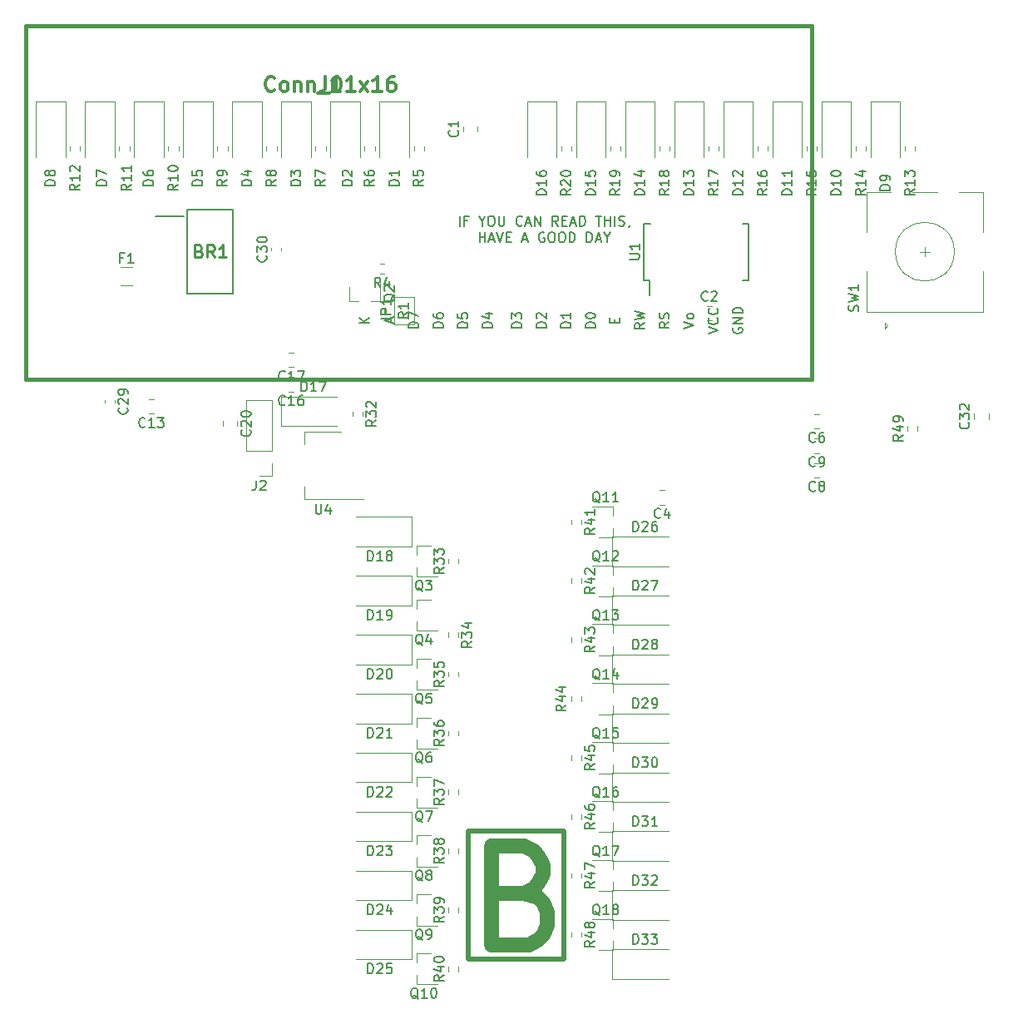
<source format=gbr>
%TF.GenerationSoftware,KiCad,Pcbnew,(5.1.10)-1*%
%TF.CreationDate,2021-06-11T23:30:18+03:00*%
%TF.ProjectId,chiller board,6368696c-6c65-4722-9062-6f6172642e6b,rev?*%
%TF.SameCoordinates,Original*%
%TF.FileFunction,Legend,Top*%
%TF.FilePolarity,Positive*%
%FSLAX46Y46*%
G04 Gerber Fmt 4.6, Leading zero omitted, Abs format (unit mm)*
G04 Created by KiCad (PCBNEW (5.1.10)-1) date 2021-06-11 23:30:18*
%MOMM*%
%LPD*%
G01*
G04 APERTURE LIST*
%ADD10C,0.150000*%
%ADD11C,0.500000*%
%ADD12C,1.500000*%
%ADD13C,0.120000*%
%ADD14C,0.381000*%
%ADD15C,0.200000*%
%ADD16C,0.304800*%
%ADD17C,0.254000*%
G04 APERTURE END LIST*
D10*
X116880952Y-55627380D02*
X116880952Y-54627380D01*
X117690476Y-55103571D02*
X117357142Y-55103571D01*
X117357142Y-55627380D02*
X117357142Y-54627380D01*
X117833333Y-54627380D01*
X119166666Y-55151190D02*
X119166666Y-55627380D01*
X118833333Y-54627380D02*
X119166666Y-55151190D01*
X119500000Y-54627380D01*
X120023809Y-54627380D02*
X120214285Y-54627380D01*
X120309523Y-54675000D01*
X120404761Y-54770238D01*
X120452380Y-54960714D01*
X120452380Y-55294047D01*
X120404761Y-55484523D01*
X120309523Y-55579761D01*
X120214285Y-55627380D01*
X120023809Y-55627380D01*
X119928571Y-55579761D01*
X119833333Y-55484523D01*
X119785714Y-55294047D01*
X119785714Y-54960714D01*
X119833333Y-54770238D01*
X119928571Y-54675000D01*
X120023809Y-54627380D01*
X120880952Y-54627380D02*
X120880952Y-55436904D01*
X120928571Y-55532142D01*
X120976190Y-55579761D01*
X121071428Y-55627380D01*
X121261904Y-55627380D01*
X121357142Y-55579761D01*
X121404761Y-55532142D01*
X121452380Y-55436904D01*
X121452380Y-54627380D01*
X123261904Y-55532142D02*
X123214285Y-55579761D01*
X123071428Y-55627380D01*
X122976190Y-55627380D01*
X122833333Y-55579761D01*
X122738095Y-55484523D01*
X122690476Y-55389285D01*
X122642857Y-55198809D01*
X122642857Y-55055952D01*
X122690476Y-54865476D01*
X122738095Y-54770238D01*
X122833333Y-54675000D01*
X122976190Y-54627380D01*
X123071428Y-54627380D01*
X123214285Y-54675000D01*
X123261904Y-54722619D01*
X123642857Y-55341666D02*
X124119047Y-55341666D01*
X123547619Y-55627380D02*
X123880952Y-54627380D01*
X124214285Y-55627380D01*
X124547619Y-55627380D02*
X124547619Y-54627380D01*
X125119047Y-55627380D01*
X125119047Y-54627380D01*
X126928571Y-55627380D02*
X126595238Y-55151190D01*
X126357142Y-55627380D02*
X126357142Y-54627380D01*
X126738095Y-54627380D01*
X126833333Y-54675000D01*
X126880952Y-54722619D01*
X126928571Y-54817857D01*
X126928571Y-54960714D01*
X126880952Y-55055952D01*
X126833333Y-55103571D01*
X126738095Y-55151190D01*
X126357142Y-55151190D01*
X127357142Y-55103571D02*
X127690476Y-55103571D01*
X127833333Y-55627380D02*
X127357142Y-55627380D01*
X127357142Y-54627380D01*
X127833333Y-54627380D01*
X128214285Y-55341666D02*
X128690476Y-55341666D01*
X128119047Y-55627380D02*
X128452380Y-54627380D01*
X128785714Y-55627380D01*
X129119047Y-55627380D02*
X129119047Y-54627380D01*
X129357142Y-54627380D01*
X129500000Y-54675000D01*
X129595238Y-54770238D01*
X129642857Y-54865476D01*
X129690476Y-55055952D01*
X129690476Y-55198809D01*
X129642857Y-55389285D01*
X129595238Y-55484523D01*
X129500000Y-55579761D01*
X129357142Y-55627380D01*
X129119047Y-55627380D01*
X130738095Y-54627380D02*
X131309523Y-54627380D01*
X131023809Y-55627380D02*
X131023809Y-54627380D01*
X131642857Y-55627380D02*
X131642857Y-54627380D01*
X131642857Y-55103571D02*
X132214285Y-55103571D01*
X132214285Y-55627380D02*
X132214285Y-54627380D01*
X132690476Y-55627380D02*
X132690476Y-54627380D01*
X133119047Y-55579761D02*
X133261904Y-55627380D01*
X133500000Y-55627380D01*
X133595238Y-55579761D01*
X133642857Y-55532142D01*
X133690476Y-55436904D01*
X133690476Y-55341666D01*
X133642857Y-55246428D01*
X133595238Y-55198809D01*
X133500000Y-55151190D01*
X133309523Y-55103571D01*
X133214285Y-55055952D01*
X133166666Y-55008333D01*
X133119047Y-54913095D01*
X133119047Y-54817857D01*
X133166666Y-54722619D01*
X133214285Y-54675000D01*
X133309523Y-54627380D01*
X133547619Y-54627380D01*
X133690476Y-54675000D01*
X134166666Y-55579761D02*
X134166666Y-55627380D01*
X134119047Y-55722619D01*
X134071428Y-55770238D01*
X118928571Y-57277380D02*
X118928571Y-56277380D01*
X118928571Y-56753571D02*
X119500000Y-56753571D01*
X119500000Y-57277380D02*
X119500000Y-56277380D01*
X119928571Y-56991666D02*
X120404761Y-56991666D01*
X119833333Y-57277380D02*
X120166666Y-56277380D01*
X120500000Y-57277380D01*
X120690476Y-56277380D02*
X121023809Y-57277380D01*
X121357142Y-56277380D01*
X121690476Y-56753571D02*
X122023809Y-56753571D01*
X122166666Y-57277380D02*
X121690476Y-57277380D01*
X121690476Y-56277380D01*
X122166666Y-56277380D01*
X123309523Y-56991666D02*
X123785714Y-56991666D01*
X123214285Y-57277380D02*
X123547619Y-56277380D01*
X123880952Y-57277380D01*
X125500000Y-56325000D02*
X125404761Y-56277380D01*
X125261904Y-56277380D01*
X125119047Y-56325000D01*
X125023809Y-56420238D01*
X124976190Y-56515476D01*
X124928571Y-56705952D01*
X124928571Y-56848809D01*
X124976190Y-57039285D01*
X125023809Y-57134523D01*
X125119047Y-57229761D01*
X125261904Y-57277380D01*
X125357142Y-57277380D01*
X125500000Y-57229761D01*
X125547619Y-57182142D01*
X125547619Y-56848809D01*
X125357142Y-56848809D01*
X126166666Y-56277380D02*
X126357142Y-56277380D01*
X126452380Y-56325000D01*
X126547619Y-56420238D01*
X126595238Y-56610714D01*
X126595238Y-56944047D01*
X126547619Y-57134523D01*
X126452380Y-57229761D01*
X126357142Y-57277380D01*
X126166666Y-57277380D01*
X126071428Y-57229761D01*
X125976190Y-57134523D01*
X125928571Y-56944047D01*
X125928571Y-56610714D01*
X125976190Y-56420238D01*
X126071428Y-56325000D01*
X126166666Y-56277380D01*
X127214285Y-56277380D02*
X127404761Y-56277380D01*
X127500000Y-56325000D01*
X127595238Y-56420238D01*
X127642857Y-56610714D01*
X127642857Y-56944047D01*
X127595238Y-57134523D01*
X127500000Y-57229761D01*
X127404761Y-57277380D01*
X127214285Y-57277380D01*
X127119047Y-57229761D01*
X127023809Y-57134523D01*
X126976190Y-56944047D01*
X126976190Y-56610714D01*
X127023809Y-56420238D01*
X127119047Y-56325000D01*
X127214285Y-56277380D01*
X128071428Y-57277380D02*
X128071428Y-56277380D01*
X128309523Y-56277380D01*
X128452380Y-56325000D01*
X128547619Y-56420238D01*
X128595238Y-56515476D01*
X128642857Y-56705952D01*
X128642857Y-56848809D01*
X128595238Y-57039285D01*
X128547619Y-57134523D01*
X128452380Y-57229761D01*
X128309523Y-57277380D01*
X128071428Y-57277380D01*
X129833333Y-57277380D02*
X129833333Y-56277380D01*
X130071428Y-56277380D01*
X130214285Y-56325000D01*
X130309523Y-56420238D01*
X130357142Y-56515476D01*
X130404761Y-56705952D01*
X130404761Y-56848809D01*
X130357142Y-57039285D01*
X130309523Y-57134523D01*
X130214285Y-57229761D01*
X130071428Y-57277380D01*
X129833333Y-57277380D01*
X130785714Y-56991666D02*
X131261904Y-56991666D01*
X130690476Y-57277380D02*
X131023809Y-56277380D01*
X131357142Y-57277380D01*
X131880952Y-56801190D02*
X131880952Y-57277380D01*
X131547619Y-56277380D02*
X131880952Y-56801190D01*
X132214285Y-56277380D01*
D11*
X127500000Y-130250000D02*
X117750000Y-130250000D01*
X127500000Y-117250000D02*
X127500000Y-130250000D01*
X117750000Y-117250000D02*
X127500000Y-117250000D01*
X117750000Y-130250000D02*
X117750000Y-117250000D01*
D12*
X123464285Y-123535714D02*
X124892857Y-124011904D01*
X125369047Y-124488095D01*
X125845238Y-125440476D01*
X125845238Y-126869047D01*
X125369047Y-127821428D01*
X124892857Y-128297619D01*
X123940476Y-128773809D01*
X120130952Y-128773809D01*
X120130952Y-118773809D01*
X123464285Y-118773809D01*
X124416666Y-119250000D01*
X124892857Y-119726190D01*
X125369047Y-120678571D01*
X125369047Y-121630952D01*
X124892857Y-122583333D01*
X124416666Y-123059523D01*
X123464285Y-123535714D01*
X120130952Y-123535714D01*
D10*
%TO.C,U1*%
X135675000Y-61125000D02*
X136250000Y-61125000D01*
X135675000Y-55375000D02*
X136325000Y-55375000D01*
X146325000Y-55375000D02*
X145675000Y-55375000D01*
X146325000Y-61125000D02*
X145675000Y-61125000D01*
X135675000Y-61125000D02*
X135675000Y-55375000D01*
X146325000Y-61125000D02*
X146325000Y-55375000D01*
X136250000Y-61125000D02*
X136250000Y-62725000D01*
D13*
%TO.C,J2*%
X97830000Y-73340000D02*
X95170000Y-73340000D01*
X97830000Y-78480000D02*
X97830000Y-73340000D01*
X95170000Y-78480000D02*
X95170000Y-73340000D01*
X97830000Y-78480000D02*
X95170000Y-78480000D01*
X97830000Y-79750000D02*
X97830000Y-81080000D01*
X97830000Y-81080000D02*
X96500000Y-81080000D01*
%TO.C,SW1*%
X164250000Y-58750000D02*
X164250000Y-57750000D01*
X163750000Y-58250000D02*
X164750000Y-58250000D01*
X167750000Y-52150000D02*
X170150000Y-52150000D01*
X162950000Y-52150000D02*
X165550000Y-52150000D01*
X158350000Y-52150000D02*
X160750000Y-52150000D01*
X160150000Y-65450000D02*
X160450000Y-65750000D01*
X160150000Y-66050000D02*
X160150000Y-65450000D01*
X160450000Y-65750000D02*
X160150000Y-66050000D01*
X158350000Y-64350000D02*
X170150000Y-64350000D01*
X158350000Y-60250000D02*
X158350000Y-64350000D01*
X170150000Y-60250000D02*
X170150000Y-64350000D01*
X170150000Y-52150000D02*
X170150000Y-56250000D01*
X158350000Y-56250000D02*
X158350000Y-52150000D01*
X167250000Y-58250000D02*
G75*
G03*
X167250000Y-58250000I-3000000J0D01*
G01*
D14*
%TO.C,J1*%
X72749300Y-71249940D02*
X72749300Y-35250520D01*
X72749300Y-35250520D02*
X152749140Y-35250520D01*
X152749140Y-35250520D02*
X152749140Y-71249940D01*
X152749140Y-71249940D02*
X72749300Y-71249940D01*
D15*
%TO.C,BR1*%
X89175000Y-54000000D02*
X93825000Y-54000000D01*
X93825000Y-54000000D02*
X93825000Y-62500000D01*
X93825000Y-62500000D02*
X89175000Y-62500000D01*
X89175000Y-62500000D02*
X89175000Y-54000000D01*
X85975000Y-54675000D02*
X88825000Y-54675000D01*
D13*
%TO.C,R49*%
X162477500Y-76487258D02*
X162477500Y-76012742D01*
X163522500Y-76487258D02*
X163522500Y-76012742D01*
%TO.C,R48*%
X129272500Y-127512742D02*
X129272500Y-127987258D01*
X128227500Y-127512742D02*
X128227500Y-127987258D01*
%TO.C,R47*%
X129272500Y-121512742D02*
X129272500Y-121987258D01*
X128227500Y-121512742D02*
X128227500Y-121987258D01*
%TO.C,R46*%
X129272500Y-115512742D02*
X129272500Y-115987258D01*
X128227500Y-115512742D02*
X128227500Y-115987258D01*
%TO.C,R45*%
X129272500Y-109512742D02*
X129272500Y-109987258D01*
X128227500Y-109512742D02*
X128227500Y-109987258D01*
%TO.C,R44*%
X129272500Y-103512742D02*
X129272500Y-103987258D01*
X128227500Y-103512742D02*
X128227500Y-103987258D01*
%TO.C,R43*%
X129272500Y-97512742D02*
X129272500Y-97987258D01*
X128227500Y-97512742D02*
X128227500Y-97987258D01*
%TO.C,R42*%
X129272500Y-91512742D02*
X129272500Y-91987258D01*
X128227500Y-91512742D02*
X128227500Y-91987258D01*
%TO.C,R41*%
X129272500Y-85512742D02*
X129272500Y-85987258D01*
X128227500Y-85512742D02*
X128227500Y-85987258D01*
%TO.C,R40*%
X115727500Y-131487258D02*
X115727500Y-131012742D01*
X116772500Y-131487258D02*
X116772500Y-131012742D01*
%TO.C,R39*%
X115727500Y-125487258D02*
X115727500Y-125012742D01*
X116772500Y-125487258D02*
X116772500Y-125012742D01*
%TO.C,R38*%
X115727500Y-119487258D02*
X115727500Y-119012742D01*
X116772500Y-119487258D02*
X116772500Y-119012742D01*
%TO.C,R37*%
X115727500Y-113487258D02*
X115727500Y-113012742D01*
X116772500Y-113487258D02*
X116772500Y-113012742D01*
%TO.C,R36*%
X115727500Y-107487258D02*
X115727500Y-107012742D01*
X116772500Y-107487258D02*
X116772500Y-107012742D01*
%TO.C,R35*%
X115727500Y-101487258D02*
X115727500Y-101012742D01*
X116772500Y-101487258D02*
X116772500Y-101012742D01*
%TO.C,R34*%
X116772500Y-97012742D02*
X116772500Y-97487258D01*
X115727500Y-97012742D02*
X115727500Y-97487258D01*
%TO.C,R33*%
X115727500Y-89987258D02*
X115727500Y-89512742D01*
X116772500Y-89987258D02*
X116772500Y-89512742D01*
%TO.C,R32*%
X107022500Y-74512742D02*
X107022500Y-74987258D01*
X105977500Y-74512742D02*
X105977500Y-74987258D01*
%TO.C,R20*%
X128272500Y-47512742D02*
X128272500Y-47987258D01*
X127227500Y-47512742D02*
X127227500Y-47987258D01*
%TO.C,R19*%
X133272500Y-47512742D02*
X133272500Y-47987258D01*
X132227500Y-47512742D02*
X132227500Y-47987258D01*
%TO.C,R18*%
X138272500Y-47512742D02*
X138272500Y-47987258D01*
X137227500Y-47512742D02*
X137227500Y-47987258D01*
%TO.C,R17*%
X143272500Y-47512742D02*
X143272500Y-47987258D01*
X142227500Y-47512742D02*
X142227500Y-47987258D01*
%TO.C,R16*%
X148272500Y-47512742D02*
X148272500Y-47987258D01*
X147227500Y-47512742D02*
X147227500Y-47987258D01*
%TO.C,R15*%
X153272500Y-47512742D02*
X153272500Y-47987258D01*
X152227500Y-47512742D02*
X152227500Y-47987258D01*
%TO.C,R14*%
X158272500Y-47512742D02*
X158272500Y-47987258D01*
X157227500Y-47512742D02*
X157227500Y-47987258D01*
%TO.C,R13*%
X163272500Y-47512742D02*
X163272500Y-47987258D01*
X162227500Y-47512742D02*
X162227500Y-47987258D01*
%TO.C,R12*%
X78272500Y-47512742D02*
X78272500Y-47987258D01*
X77227500Y-47512742D02*
X77227500Y-47987258D01*
%TO.C,R11*%
X83272500Y-47512742D02*
X83272500Y-47987258D01*
X82227500Y-47512742D02*
X82227500Y-47987258D01*
%TO.C,R10*%
X88272500Y-47512742D02*
X88272500Y-47987258D01*
X87227500Y-47512742D02*
X87227500Y-47987258D01*
%TO.C,R9*%
X93272500Y-47512742D02*
X93272500Y-47987258D01*
X92227500Y-47512742D02*
X92227500Y-47987258D01*
%TO.C,R8*%
X98272500Y-47512742D02*
X98272500Y-47987258D01*
X97227500Y-47512742D02*
X97227500Y-47987258D01*
%TO.C,R7*%
X103272500Y-47512742D02*
X103272500Y-47987258D01*
X102227500Y-47512742D02*
X102227500Y-47987258D01*
%TO.C,R6*%
X108272500Y-47512742D02*
X108272500Y-47987258D01*
X107227500Y-47512742D02*
X107227500Y-47987258D01*
%TO.C,R5*%
X113272500Y-47512742D02*
X113272500Y-47987258D01*
X112227500Y-47512742D02*
X112227500Y-47987258D01*
%TO.C,R4*%
X109237258Y-60522500D02*
X108762742Y-60522500D01*
X109237258Y-59477500D02*
X108762742Y-59477500D01*
%TO.C,R1*%
X110272500Y-64012742D02*
X110272500Y-64487258D01*
X109227500Y-64012742D02*
X109227500Y-64487258D01*
%TO.C,D33*%
X138150000Y-129250000D02*
X132450000Y-129250000D01*
X132450000Y-129250000D02*
X132450000Y-132250000D01*
X132450000Y-132250000D02*
X138150000Y-132250000D01*
%TO.C,D32*%
X138150000Y-123250000D02*
X132450000Y-123250000D01*
X132450000Y-123250000D02*
X132450000Y-126250000D01*
X132450000Y-126250000D02*
X138150000Y-126250000D01*
%TO.C,D31*%
X138150000Y-117250000D02*
X132450000Y-117250000D01*
X132450000Y-117250000D02*
X132450000Y-120250000D01*
X132450000Y-120250000D02*
X138150000Y-120250000D01*
%TO.C,D30*%
X138150000Y-111250000D02*
X132450000Y-111250000D01*
X132450000Y-111250000D02*
X132450000Y-114250000D01*
X132450000Y-114250000D02*
X138150000Y-114250000D01*
%TO.C,D29*%
X138150000Y-105250000D02*
X132450000Y-105250000D01*
X132450000Y-105250000D02*
X132450000Y-108250000D01*
X132450000Y-108250000D02*
X138150000Y-108250000D01*
%TO.C,D28*%
X138150000Y-99250000D02*
X132450000Y-99250000D01*
X132450000Y-99250000D02*
X132450000Y-102250000D01*
X132450000Y-102250000D02*
X138150000Y-102250000D01*
%TO.C,D27*%
X138150000Y-93250000D02*
X132450000Y-93250000D01*
X132450000Y-93250000D02*
X132450000Y-96250000D01*
X132450000Y-96250000D02*
X138150000Y-96250000D01*
%TO.C,D26*%
X138150000Y-87250000D02*
X132450000Y-87250000D01*
X132450000Y-87250000D02*
X132450000Y-90250000D01*
X132450000Y-90250000D02*
X138150000Y-90250000D01*
%TO.C,D25*%
X106350000Y-130250000D02*
X112050000Y-130250000D01*
X112050000Y-130250000D02*
X112050000Y-127250000D01*
X112050000Y-127250000D02*
X106350000Y-127250000D01*
%TO.C,D24*%
X106350000Y-124250000D02*
X112050000Y-124250000D01*
X112050000Y-124250000D02*
X112050000Y-121250000D01*
X112050000Y-121250000D02*
X106350000Y-121250000D01*
%TO.C,D23*%
X106350000Y-118250000D02*
X112050000Y-118250000D01*
X112050000Y-118250000D02*
X112050000Y-115250000D01*
X112050000Y-115250000D02*
X106350000Y-115250000D01*
%TO.C,D22*%
X106350000Y-112250000D02*
X112050000Y-112250000D01*
X112050000Y-112250000D02*
X112050000Y-109250000D01*
X112050000Y-109250000D02*
X106350000Y-109250000D01*
%TO.C,D21*%
X106350000Y-106250000D02*
X112050000Y-106250000D01*
X112050000Y-106250000D02*
X112050000Y-103250000D01*
X112050000Y-103250000D02*
X106350000Y-103250000D01*
%TO.C,D20*%
X106350000Y-100250000D02*
X112050000Y-100250000D01*
X112050000Y-100250000D02*
X112050000Y-97250000D01*
X112050000Y-97250000D02*
X106350000Y-97250000D01*
%TO.C,D19*%
X106350000Y-94250000D02*
X112050000Y-94250000D01*
X112050000Y-94250000D02*
X112050000Y-91250000D01*
X112050000Y-91250000D02*
X106350000Y-91250000D01*
%TO.C,D18*%
X106350000Y-88250000D02*
X112050000Y-88250000D01*
X112050000Y-88250000D02*
X112050000Y-85250000D01*
X112050000Y-85250000D02*
X106350000Y-85250000D01*
%TO.C,D17*%
X104400000Y-73000000D02*
X98700000Y-73000000D01*
X98700000Y-73000000D02*
X98700000Y-76000000D01*
X98700000Y-76000000D02*
X104400000Y-76000000D01*
%TO.C,D16*%
X126750000Y-48650000D02*
X126750000Y-42950000D01*
X126750000Y-42950000D02*
X123750000Y-42950000D01*
X123750000Y-42950000D02*
X123750000Y-48650000D01*
%TO.C,D15*%
X131750000Y-48650000D02*
X131750000Y-42950000D01*
X131750000Y-42950000D02*
X128750000Y-42950000D01*
X128750000Y-42950000D02*
X128750000Y-48650000D01*
%TO.C,D14*%
X136750000Y-48650000D02*
X136750000Y-42950000D01*
X136750000Y-42950000D02*
X133750000Y-42950000D01*
X133750000Y-42950000D02*
X133750000Y-48650000D01*
%TO.C,D13*%
X141750000Y-48650000D02*
X141750000Y-42950000D01*
X141750000Y-42950000D02*
X138750000Y-42950000D01*
X138750000Y-42950000D02*
X138750000Y-48650000D01*
%TO.C,D12*%
X146750000Y-48650000D02*
X146750000Y-42950000D01*
X146750000Y-42950000D02*
X143750000Y-42950000D01*
X143750000Y-42950000D02*
X143750000Y-48650000D01*
%TO.C,D11*%
X151750000Y-48650000D02*
X151750000Y-42950000D01*
X151750000Y-42950000D02*
X148750000Y-42950000D01*
X148750000Y-42950000D02*
X148750000Y-48650000D01*
%TO.C,D10*%
X156750000Y-48650000D02*
X156750000Y-42950000D01*
X156750000Y-42950000D02*
X153750000Y-42950000D01*
X153750000Y-42950000D02*
X153750000Y-48650000D01*
%TO.C,D9*%
X161750000Y-48650000D02*
X161750000Y-42950000D01*
X161750000Y-42950000D02*
X158750000Y-42950000D01*
X158750000Y-42950000D02*
X158750000Y-48650000D01*
%TO.C,D8*%
X76750000Y-48650000D02*
X76750000Y-42950000D01*
X76750000Y-42950000D02*
X73750000Y-42950000D01*
X73750000Y-42950000D02*
X73750000Y-48650000D01*
%TO.C,D7*%
X81750000Y-48650000D02*
X81750000Y-42950000D01*
X81750000Y-42950000D02*
X78750000Y-42950000D01*
X78750000Y-42950000D02*
X78750000Y-48650000D01*
%TO.C,D6*%
X86750000Y-48650000D02*
X86750000Y-42950000D01*
X86750000Y-42950000D02*
X83750000Y-42950000D01*
X83750000Y-42950000D02*
X83750000Y-48650000D01*
%TO.C,D5*%
X91750000Y-48650000D02*
X91750000Y-42950000D01*
X91750000Y-42950000D02*
X88750000Y-42950000D01*
X88750000Y-42950000D02*
X88750000Y-48650000D01*
%TO.C,D4*%
X96750000Y-48650000D02*
X96750000Y-42950000D01*
X96750000Y-42950000D02*
X93750000Y-42950000D01*
X93750000Y-42950000D02*
X93750000Y-48650000D01*
%TO.C,D3*%
X101750000Y-48650000D02*
X101750000Y-42950000D01*
X101750000Y-42950000D02*
X98750000Y-42950000D01*
X98750000Y-42950000D02*
X98750000Y-48650000D01*
%TO.C,D2*%
X106750000Y-48650000D02*
X106750000Y-42950000D01*
X106750000Y-42950000D02*
X103750000Y-42950000D01*
X103750000Y-42950000D02*
X103750000Y-48650000D01*
%TO.C,D1*%
X111750000Y-48650000D02*
X111750000Y-42950000D01*
X111750000Y-42950000D02*
X108750000Y-42950000D01*
X108750000Y-42950000D02*
X108750000Y-48650000D01*
%TO.C,U4*%
X107100000Y-83410000D02*
X101090000Y-83410000D01*
X104850000Y-76590000D02*
X101090000Y-76590000D01*
X101090000Y-83410000D02*
X101090000Y-82150000D01*
X101090000Y-76590000D02*
X101090000Y-77850000D01*
%TO.C,Q18*%
X132510000Y-129330000D02*
X131050000Y-129330000D01*
X132510000Y-126170000D02*
X130350000Y-126170000D01*
X132510000Y-126170000D02*
X132510000Y-127100000D01*
X132510000Y-129330000D02*
X132510000Y-128400000D01*
%TO.C,Q17*%
X132510000Y-123330000D02*
X131050000Y-123330000D01*
X132510000Y-120170000D02*
X130350000Y-120170000D01*
X132510000Y-120170000D02*
X132510000Y-121100000D01*
X132510000Y-123330000D02*
X132510000Y-122400000D01*
%TO.C,Q16*%
X132510000Y-117330000D02*
X131050000Y-117330000D01*
X132510000Y-114170000D02*
X130350000Y-114170000D01*
X132510000Y-114170000D02*
X132510000Y-115100000D01*
X132510000Y-117330000D02*
X132510000Y-116400000D01*
%TO.C,Q15*%
X132510000Y-111330000D02*
X131050000Y-111330000D01*
X132510000Y-108170000D02*
X130350000Y-108170000D01*
X132510000Y-108170000D02*
X132510000Y-109100000D01*
X132510000Y-111330000D02*
X132510000Y-110400000D01*
%TO.C,Q14*%
X132510000Y-105330000D02*
X131050000Y-105330000D01*
X132510000Y-102170000D02*
X130350000Y-102170000D01*
X132510000Y-102170000D02*
X132510000Y-103100000D01*
X132510000Y-105330000D02*
X132510000Y-104400000D01*
%TO.C,Q13*%
X132510000Y-99330000D02*
X131050000Y-99330000D01*
X132510000Y-96170000D02*
X130350000Y-96170000D01*
X132510000Y-96170000D02*
X132510000Y-97100000D01*
X132510000Y-99330000D02*
X132510000Y-98400000D01*
%TO.C,Q12*%
X132510000Y-93330000D02*
X131050000Y-93330000D01*
X132510000Y-90170000D02*
X130350000Y-90170000D01*
X132510000Y-90170000D02*
X132510000Y-91100000D01*
X132510000Y-93330000D02*
X132510000Y-92400000D01*
%TO.C,Q11*%
X132510000Y-87330000D02*
X131050000Y-87330000D01*
X132510000Y-84170000D02*
X130350000Y-84170000D01*
X132510000Y-84170000D02*
X132510000Y-85100000D01*
X132510000Y-87330000D02*
X132510000Y-86400000D01*
%TO.C,Q10*%
X112490000Y-129670000D02*
X113950000Y-129670000D01*
X112490000Y-132830000D02*
X114650000Y-132830000D01*
X112490000Y-132830000D02*
X112490000Y-131900000D01*
X112490000Y-129670000D02*
X112490000Y-130600000D01*
%TO.C,Q9*%
X112490000Y-123670000D02*
X113950000Y-123670000D01*
X112490000Y-126830000D02*
X114650000Y-126830000D01*
X112490000Y-126830000D02*
X112490000Y-125900000D01*
X112490000Y-123670000D02*
X112490000Y-124600000D01*
%TO.C,Q8*%
X112490000Y-117670000D02*
X113950000Y-117670000D01*
X112490000Y-120830000D02*
X114650000Y-120830000D01*
X112490000Y-120830000D02*
X112490000Y-119900000D01*
X112490000Y-117670000D02*
X112490000Y-118600000D01*
%TO.C,Q7*%
X112490000Y-111670000D02*
X113950000Y-111670000D01*
X112490000Y-114830000D02*
X114650000Y-114830000D01*
X112490000Y-114830000D02*
X112490000Y-113900000D01*
X112490000Y-111670000D02*
X112490000Y-112600000D01*
%TO.C,Q6*%
X112490000Y-105670000D02*
X113950000Y-105670000D01*
X112490000Y-108830000D02*
X114650000Y-108830000D01*
X112490000Y-108830000D02*
X112490000Y-107900000D01*
X112490000Y-105670000D02*
X112490000Y-106600000D01*
%TO.C,Q5*%
X112490000Y-99670000D02*
X113950000Y-99670000D01*
X112490000Y-102830000D02*
X114650000Y-102830000D01*
X112490000Y-102830000D02*
X112490000Y-101900000D01*
X112490000Y-99670000D02*
X112490000Y-100600000D01*
%TO.C,Q4*%
X112490000Y-93670000D02*
X113950000Y-93670000D01*
X112490000Y-96830000D02*
X114650000Y-96830000D01*
X112490000Y-96830000D02*
X112490000Y-95900000D01*
X112490000Y-93670000D02*
X112490000Y-94600000D01*
%TO.C,Q3*%
X112490000Y-88170000D02*
X113950000Y-88170000D01*
X112490000Y-91330000D02*
X114650000Y-91330000D01*
X112490000Y-91330000D02*
X112490000Y-90400000D01*
X112490000Y-88170000D02*
X112490000Y-89100000D01*
%TO.C,Q2*%
X105670000Y-63260000D02*
X105670000Y-61800000D01*
X108830000Y-63260000D02*
X108830000Y-61100000D01*
X108830000Y-63260000D02*
X107900000Y-63260000D01*
X105670000Y-63260000D02*
X106600000Y-63260000D01*
%TO.C,JP1*%
X110250000Y-65650000D02*
X110250000Y-62850000D01*
X110250000Y-62850000D02*
X112250000Y-62850000D01*
X112250000Y-62850000D02*
X112250000Y-65650000D01*
X112250000Y-65650000D02*
X110250000Y-65650000D01*
%TO.C,F1*%
X82397936Y-61660000D02*
X83602064Y-61660000D01*
X82397936Y-59840000D02*
X83602064Y-59840000D01*
%TO.C,C32*%
X170735000Y-75261252D02*
X170735000Y-74738748D01*
X169265000Y-75261252D02*
X169265000Y-74738748D01*
%TO.C,C30*%
X98760000Y-58140580D02*
X98760000Y-57859420D01*
X97740000Y-58140580D02*
X97740000Y-57859420D01*
%TO.C,C29*%
X80740000Y-73359420D02*
X80740000Y-73640580D01*
X81760000Y-73359420D02*
X81760000Y-73640580D01*
%TO.C,C20*%
X92765000Y-75488748D02*
X92765000Y-76011252D01*
X94235000Y-75488748D02*
X94235000Y-76011252D01*
%TO.C,C17*%
X100011252Y-68515000D02*
X99488748Y-68515000D01*
X100011252Y-69985000D02*
X99488748Y-69985000D01*
%TO.C,C16*%
X100011252Y-71015000D02*
X99488748Y-71015000D01*
X100011252Y-72485000D02*
X99488748Y-72485000D01*
%TO.C,C13*%
X85761252Y-73265000D02*
X85238748Y-73265000D01*
X85761252Y-74735000D02*
X85238748Y-74735000D01*
%TO.C,C9*%
X153511252Y-77265000D02*
X152988748Y-77265000D01*
X153511252Y-78735000D02*
X152988748Y-78735000D01*
%TO.C,C8*%
X153511252Y-79765000D02*
X152988748Y-79765000D01*
X153511252Y-81235000D02*
X152988748Y-81235000D01*
%TO.C,C6*%
X153511252Y-74765000D02*
X152988748Y-74765000D01*
X153511252Y-76235000D02*
X152988748Y-76235000D01*
%TO.C,C4*%
X137761252Y-82515000D02*
X137238748Y-82515000D01*
X137761252Y-83985000D02*
X137238748Y-83985000D01*
%TO.C,C2*%
X142038748Y-65235000D02*
X142561252Y-65235000D01*
X142038748Y-63765000D02*
X142561252Y-63765000D01*
%TO.C,C1*%
X118735000Y-46011252D02*
X118735000Y-45488748D01*
X117265000Y-46011252D02*
X117265000Y-45488748D01*
%TO.C,U1*%
D10*
X134202380Y-59011904D02*
X135011904Y-59011904D01*
X135107142Y-58964285D01*
X135154761Y-58916666D01*
X135202380Y-58821428D01*
X135202380Y-58630952D01*
X135154761Y-58535714D01*
X135107142Y-58488095D01*
X135011904Y-58440476D01*
X134202380Y-58440476D01*
X135202380Y-57440476D02*
X135202380Y-58011904D01*
X135202380Y-57726190D02*
X134202380Y-57726190D01*
X134345238Y-57821428D01*
X134440476Y-57916666D01*
X134488095Y-58011904D01*
%TO.C,J2*%
X96166666Y-81532380D02*
X96166666Y-82246666D01*
X96119047Y-82389523D01*
X96023809Y-82484761D01*
X95880952Y-82532380D01*
X95785714Y-82532380D01*
X96595238Y-81627619D02*
X96642857Y-81580000D01*
X96738095Y-81532380D01*
X96976190Y-81532380D01*
X97071428Y-81580000D01*
X97119047Y-81627619D01*
X97166666Y-81722857D01*
X97166666Y-81818095D01*
X97119047Y-81960952D01*
X96547619Y-82532380D01*
X97166666Y-82532380D01*
%TO.C,SW1*%
X157454761Y-64283333D02*
X157502380Y-64140476D01*
X157502380Y-63902380D01*
X157454761Y-63807142D01*
X157407142Y-63759523D01*
X157311904Y-63711904D01*
X157216666Y-63711904D01*
X157121428Y-63759523D01*
X157073809Y-63807142D01*
X157026190Y-63902380D01*
X156978571Y-64092857D01*
X156930952Y-64188095D01*
X156883333Y-64235714D01*
X156788095Y-64283333D01*
X156692857Y-64283333D01*
X156597619Y-64235714D01*
X156550000Y-64188095D01*
X156502380Y-64092857D01*
X156502380Y-63854761D01*
X156550000Y-63711904D01*
X156502380Y-63378571D02*
X157502380Y-63140476D01*
X156788095Y-62950000D01*
X157502380Y-62759523D01*
X156502380Y-62521428D01*
X157502380Y-61616666D02*
X157502380Y-62188095D01*
X157502380Y-61902380D02*
X156502380Y-61902380D01*
X156645238Y-61997619D01*
X156740476Y-62092857D01*
X156788095Y-62188095D01*
%TO.C,J1*%
D16*
X103242000Y-40415428D02*
X103242000Y-41504000D01*
X103169428Y-41721714D01*
X103024285Y-41866857D01*
X102806571Y-41939428D01*
X102661428Y-41939428D01*
X104766000Y-41939428D02*
X103895142Y-41939428D01*
X104330571Y-41939428D02*
X104330571Y-40415428D01*
X104185428Y-40633142D01*
X104040285Y-40778285D01*
X103895142Y-40850857D01*
X98053142Y-41794285D02*
X97980571Y-41866857D01*
X97762857Y-41939428D01*
X97617714Y-41939428D01*
X97400000Y-41866857D01*
X97254857Y-41721714D01*
X97182285Y-41576571D01*
X97109714Y-41286285D01*
X97109714Y-41068571D01*
X97182285Y-40778285D01*
X97254857Y-40633142D01*
X97400000Y-40488000D01*
X97617714Y-40415428D01*
X97762857Y-40415428D01*
X97980571Y-40488000D01*
X98053142Y-40560571D01*
X98924000Y-41939428D02*
X98778857Y-41866857D01*
X98706285Y-41794285D01*
X98633714Y-41649142D01*
X98633714Y-41213714D01*
X98706285Y-41068571D01*
X98778857Y-40996000D01*
X98924000Y-40923428D01*
X99141714Y-40923428D01*
X99286857Y-40996000D01*
X99359428Y-41068571D01*
X99432000Y-41213714D01*
X99432000Y-41649142D01*
X99359428Y-41794285D01*
X99286857Y-41866857D01*
X99141714Y-41939428D01*
X98924000Y-41939428D01*
X100085142Y-40923428D02*
X100085142Y-41939428D01*
X100085142Y-41068571D02*
X100157714Y-40996000D01*
X100302857Y-40923428D01*
X100520571Y-40923428D01*
X100665714Y-40996000D01*
X100738285Y-41141142D01*
X100738285Y-41939428D01*
X101464000Y-40923428D02*
X101464000Y-41939428D01*
X101464000Y-41068571D02*
X101536571Y-40996000D01*
X101681714Y-40923428D01*
X101899428Y-40923428D01*
X102044571Y-40996000D01*
X102117142Y-41141142D01*
X102117142Y-41939428D01*
X102480000Y-42084571D02*
X103641142Y-42084571D01*
X104294285Y-40415428D02*
X104439428Y-40415428D01*
X104584571Y-40488000D01*
X104657142Y-40560571D01*
X104729714Y-40705714D01*
X104802285Y-40996000D01*
X104802285Y-41358857D01*
X104729714Y-41649142D01*
X104657142Y-41794285D01*
X104584571Y-41866857D01*
X104439428Y-41939428D01*
X104294285Y-41939428D01*
X104149142Y-41866857D01*
X104076571Y-41794285D01*
X104004000Y-41649142D01*
X103931428Y-41358857D01*
X103931428Y-40996000D01*
X104004000Y-40705714D01*
X104076571Y-40560571D01*
X104149142Y-40488000D01*
X104294285Y-40415428D01*
X106253714Y-41939428D02*
X105382857Y-41939428D01*
X105818285Y-41939428D02*
X105818285Y-40415428D01*
X105673142Y-40633142D01*
X105528000Y-40778285D01*
X105382857Y-40850857D01*
X106761714Y-41939428D02*
X107560000Y-40923428D01*
X106761714Y-40923428D02*
X107560000Y-41939428D01*
X108938857Y-41939428D02*
X108068000Y-41939428D01*
X108503428Y-41939428D02*
X108503428Y-40415428D01*
X108358285Y-40633142D01*
X108213142Y-40778285D01*
X108068000Y-40850857D01*
X110245142Y-40415428D02*
X109954857Y-40415428D01*
X109809714Y-40488000D01*
X109737142Y-40560571D01*
X109592000Y-40778285D01*
X109519428Y-41068571D01*
X109519428Y-41649142D01*
X109592000Y-41794285D01*
X109664571Y-41866857D01*
X109809714Y-41939428D01*
X110100000Y-41939428D01*
X110245142Y-41866857D01*
X110317714Y-41794285D01*
X110390285Y-41649142D01*
X110390285Y-41286285D01*
X110317714Y-41141142D01*
X110245142Y-41068571D01*
X110100000Y-40996000D01*
X109809714Y-40996000D01*
X109664571Y-41068571D01*
X109592000Y-41141142D01*
X109519428Y-41286285D01*
D10*
X130702380Y-65988095D02*
X129702380Y-65988095D01*
X129702380Y-65750000D01*
X129750000Y-65607142D01*
X129845238Y-65511904D01*
X129940476Y-65464285D01*
X130130952Y-65416666D01*
X130273809Y-65416666D01*
X130464285Y-65464285D01*
X130559523Y-65511904D01*
X130654761Y-65607142D01*
X130702380Y-65750000D01*
X130702380Y-65988095D01*
X129702380Y-64797619D02*
X129702380Y-64702380D01*
X129750000Y-64607142D01*
X129797619Y-64559523D01*
X129892857Y-64511904D01*
X130083333Y-64464285D01*
X130321428Y-64464285D01*
X130511904Y-64511904D01*
X130607142Y-64559523D01*
X130654761Y-64607142D01*
X130702380Y-64702380D01*
X130702380Y-64797619D01*
X130654761Y-64892857D01*
X130607142Y-64940476D01*
X130511904Y-64988095D01*
X130321428Y-65035714D01*
X130083333Y-65035714D01*
X129892857Y-64988095D01*
X129797619Y-64940476D01*
X129750000Y-64892857D01*
X129702380Y-64797619D01*
X128202380Y-65988095D02*
X127202380Y-65988095D01*
X127202380Y-65750000D01*
X127250000Y-65607142D01*
X127345238Y-65511904D01*
X127440476Y-65464285D01*
X127630952Y-65416666D01*
X127773809Y-65416666D01*
X127964285Y-65464285D01*
X128059523Y-65511904D01*
X128154761Y-65607142D01*
X128202380Y-65750000D01*
X128202380Y-65988095D01*
X128202380Y-64464285D02*
X128202380Y-65035714D01*
X128202380Y-64750000D02*
X127202380Y-64750000D01*
X127345238Y-64845238D01*
X127440476Y-64940476D01*
X127488095Y-65035714D01*
X125702380Y-65988095D02*
X124702380Y-65988095D01*
X124702380Y-65750000D01*
X124750000Y-65607142D01*
X124845238Y-65511904D01*
X124940476Y-65464285D01*
X125130952Y-65416666D01*
X125273809Y-65416666D01*
X125464285Y-65464285D01*
X125559523Y-65511904D01*
X125654761Y-65607142D01*
X125702380Y-65750000D01*
X125702380Y-65988095D01*
X124797619Y-65035714D02*
X124750000Y-64988095D01*
X124702380Y-64892857D01*
X124702380Y-64654761D01*
X124750000Y-64559523D01*
X124797619Y-64511904D01*
X124892857Y-64464285D01*
X124988095Y-64464285D01*
X125130952Y-64511904D01*
X125702380Y-65083333D01*
X125702380Y-64464285D01*
X123202380Y-65988095D02*
X122202380Y-65988095D01*
X122202380Y-65750000D01*
X122250000Y-65607142D01*
X122345238Y-65511904D01*
X122440476Y-65464285D01*
X122630952Y-65416666D01*
X122773809Y-65416666D01*
X122964285Y-65464285D01*
X123059523Y-65511904D01*
X123154761Y-65607142D01*
X123202380Y-65750000D01*
X123202380Y-65988095D01*
X122202380Y-65083333D02*
X122202380Y-64464285D01*
X122583333Y-64797619D01*
X122583333Y-64654761D01*
X122630952Y-64559523D01*
X122678571Y-64511904D01*
X122773809Y-64464285D01*
X123011904Y-64464285D01*
X123107142Y-64511904D01*
X123154761Y-64559523D01*
X123202380Y-64654761D01*
X123202380Y-64940476D01*
X123154761Y-65035714D01*
X123107142Y-65083333D01*
X117702380Y-65988095D02*
X116702380Y-65988095D01*
X116702380Y-65750000D01*
X116750000Y-65607142D01*
X116845238Y-65511904D01*
X116940476Y-65464285D01*
X117130952Y-65416666D01*
X117273809Y-65416666D01*
X117464285Y-65464285D01*
X117559523Y-65511904D01*
X117654761Y-65607142D01*
X117702380Y-65750000D01*
X117702380Y-65988095D01*
X116702380Y-64511904D02*
X116702380Y-64988095D01*
X117178571Y-65035714D01*
X117130952Y-64988095D01*
X117083333Y-64892857D01*
X117083333Y-64654761D01*
X117130952Y-64559523D01*
X117178571Y-64511904D01*
X117273809Y-64464285D01*
X117511904Y-64464285D01*
X117607142Y-64511904D01*
X117654761Y-64559523D01*
X117702380Y-64654761D01*
X117702380Y-64892857D01*
X117654761Y-64988095D01*
X117607142Y-65035714D01*
X120202380Y-65988095D02*
X119202380Y-65988095D01*
X119202380Y-65750000D01*
X119250000Y-65607142D01*
X119345238Y-65511904D01*
X119440476Y-65464285D01*
X119630952Y-65416666D01*
X119773809Y-65416666D01*
X119964285Y-65464285D01*
X120059523Y-65511904D01*
X120154761Y-65607142D01*
X120202380Y-65750000D01*
X120202380Y-65988095D01*
X119535714Y-64559523D02*
X120202380Y-64559523D01*
X119154761Y-64797619D02*
X119869047Y-65035714D01*
X119869047Y-64416666D01*
X142202380Y-66583333D02*
X143202380Y-66250000D01*
X142202380Y-65916666D01*
X143107142Y-65011904D02*
X143154761Y-65059523D01*
X143202380Y-65202380D01*
X143202380Y-65297619D01*
X143154761Y-65440476D01*
X143059523Y-65535714D01*
X142964285Y-65583333D01*
X142773809Y-65630952D01*
X142630952Y-65630952D01*
X142440476Y-65583333D01*
X142345238Y-65535714D01*
X142250000Y-65440476D01*
X142202380Y-65297619D01*
X142202380Y-65202380D01*
X142250000Y-65059523D01*
X142297619Y-65011904D01*
X143107142Y-64011904D02*
X143154761Y-64059523D01*
X143202380Y-64202380D01*
X143202380Y-64297619D01*
X143154761Y-64440476D01*
X143059523Y-64535714D01*
X142964285Y-64583333D01*
X142773809Y-64630952D01*
X142630952Y-64630952D01*
X142440476Y-64583333D01*
X142345238Y-64535714D01*
X142250000Y-64440476D01*
X142202380Y-64297619D01*
X142202380Y-64202380D01*
X142250000Y-64059523D01*
X142297619Y-64011904D01*
X139702380Y-66035714D02*
X140702380Y-65702380D01*
X139702380Y-65369047D01*
X140702380Y-64892857D02*
X140654761Y-64988095D01*
X140607142Y-65035714D01*
X140511904Y-65083333D01*
X140226190Y-65083333D01*
X140130952Y-65035714D01*
X140083333Y-64988095D01*
X140035714Y-64892857D01*
X140035714Y-64750000D01*
X140083333Y-64654761D01*
X140130952Y-64607142D01*
X140226190Y-64559523D01*
X140511904Y-64559523D01*
X140607142Y-64607142D01*
X140654761Y-64654761D01*
X140702380Y-64750000D01*
X140702380Y-64892857D01*
X138202380Y-65416666D02*
X137726190Y-65750000D01*
X138202380Y-65988095D02*
X137202380Y-65988095D01*
X137202380Y-65607142D01*
X137250000Y-65511904D01*
X137297619Y-65464285D01*
X137392857Y-65416666D01*
X137535714Y-65416666D01*
X137630952Y-65464285D01*
X137678571Y-65511904D01*
X137726190Y-65607142D01*
X137726190Y-65988095D01*
X138154761Y-65035714D02*
X138202380Y-64892857D01*
X138202380Y-64654761D01*
X138154761Y-64559523D01*
X138107142Y-64511904D01*
X138011904Y-64464285D01*
X137916666Y-64464285D01*
X137821428Y-64511904D01*
X137773809Y-64559523D01*
X137726190Y-64654761D01*
X137678571Y-64845238D01*
X137630952Y-64940476D01*
X137583333Y-64988095D01*
X137488095Y-65035714D01*
X137392857Y-65035714D01*
X137297619Y-64988095D01*
X137250000Y-64940476D01*
X137202380Y-64845238D01*
X137202380Y-64607142D01*
X137250000Y-64464285D01*
X144750000Y-66011904D02*
X144702380Y-66107142D01*
X144702380Y-66250000D01*
X144750000Y-66392857D01*
X144845238Y-66488095D01*
X144940476Y-66535714D01*
X145130952Y-66583333D01*
X145273809Y-66583333D01*
X145464285Y-66535714D01*
X145559523Y-66488095D01*
X145654761Y-66392857D01*
X145702380Y-66250000D01*
X145702380Y-66154761D01*
X145654761Y-66011904D01*
X145607142Y-65964285D01*
X145273809Y-65964285D01*
X145273809Y-66154761D01*
X145702380Y-65535714D02*
X144702380Y-65535714D01*
X145702380Y-64964285D01*
X144702380Y-64964285D01*
X145702380Y-64488095D02*
X144702380Y-64488095D01*
X144702380Y-64250000D01*
X144750000Y-64107142D01*
X144845238Y-64011904D01*
X144940476Y-63964285D01*
X145130952Y-63916666D01*
X145273809Y-63916666D01*
X145464285Y-63964285D01*
X145559523Y-64011904D01*
X145654761Y-64107142D01*
X145702380Y-64250000D01*
X145702380Y-64488095D01*
X112702380Y-65988095D02*
X111702380Y-65988095D01*
X111702380Y-65750000D01*
X111750000Y-65607142D01*
X111845238Y-65511904D01*
X111940476Y-65464285D01*
X112130952Y-65416666D01*
X112273809Y-65416666D01*
X112464285Y-65464285D01*
X112559523Y-65511904D01*
X112654761Y-65607142D01*
X112702380Y-65750000D01*
X112702380Y-65988095D01*
X111702380Y-65083333D02*
X111702380Y-64416666D01*
X112702380Y-64845238D01*
X107702380Y-65511904D02*
X106702380Y-65511904D01*
X107702380Y-64940476D02*
X107130952Y-65369047D01*
X106702380Y-64940476D02*
X107273809Y-65511904D01*
X132678571Y-65464285D02*
X132678571Y-65130952D01*
X133202380Y-64988095D02*
X133202380Y-65464285D01*
X132202380Y-65464285D01*
X132202380Y-64988095D01*
X109916666Y-65488095D02*
X109916666Y-65011904D01*
X110202380Y-65583333D02*
X109202380Y-65250000D01*
X110202380Y-64916666D01*
X135702380Y-65511904D02*
X135226190Y-65845238D01*
X135702380Y-66083333D02*
X134702380Y-66083333D01*
X134702380Y-65702380D01*
X134750000Y-65607142D01*
X134797619Y-65559523D01*
X134892857Y-65511904D01*
X135035714Y-65511904D01*
X135130952Y-65559523D01*
X135178571Y-65607142D01*
X135226190Y-65702380D01*
X135226190Y-66083333D01*
X134702380Y-65178571D02*
X135702380Y-64940476D01*
X134988095Y-64750000D01*
X135702380Y-64559523D01*
X134702380Y-64321428D01*
X115202380Y-65988095D02*
X114202380Y-65988095D01*
X114202380Y-65750000D01*
X114250000Y-65607142D01*
X114345238Y-65511904D01*
X114440476Y-65464285D01*
X114630952Y-65416666D01*
X114773809Y-65416666D01*
X114964285Y-65464285D01*
X115059523Y-65511904D01*
X115154761Y-65607142D01*
X115202380Y-65750000D01*
X115202380Y-65988095D01*
X114202380Y-64559523D02*
X114202380Y-64750000D01*
X114250000Y-64845238D01*
X114297619Y-64892857D01*
X114440476Y-64988095D01*
X114630952Y-65035714D01*
X115011904Y-65035714D01*
X115107142Y-64988095D01*
X115154761Y-64940476D01*
X115202380Y-64845238D01*
X115202380Y-64654761D01*
X115154761Y-64559523D01*
X115107142Y-64511904D01*
X115011904Y-64464285D01*
X114773809Y-64464285D01*
X114678571Y-64511904D01*
X114630952Y-64559523D01*
X114583333Y-64654761D01*
X114583333Y-64845238D01*
X114630952Y-64940476D01*
X114678571Y-64988095D01*
X114773809Y-65035714D01*
%TO.C,BR1*%
D17*
X90350952Y-58159285D02*
X90532380Y-58219761D01*
X90592857Y-58280238D01*
X90653333Y-58401190D01*
X90653333Y-58582619D01*
X90592857Y-58703571D01*
X90532380Y-58764047D01*
X90411428Y-58824523D01*
X89927619Y-58824523D01*
X89927619Y-57554523D01*
X90350952Y-57554523D01*
X90471904Y-57615000D01*
X90532380Y-57675476D01*
X90592857Y-57796428D01*
X90592857Y-57917380D01*
X90532380Y-58038333D01*
X90471904Y-58098809D01*
X90350952Y-58159285D01*
X89927619Y-58159285D01*
X91923333Y-58824523D02*
X91500000Y-58219761D01*
X91197619Y-58824523D02*
X91197619Y-57554523D01*
X91681428Y-57554523D01*
X91802380Y-57615000D01*
X91862857Y-57675476D01*
X91923333Y-57796428D01*
X91923333Y-57977857D01*
X91862857Y-58098809D01*
X91802380Y-58159285D01*
X91681428Y-58219761D01*
X91197619Y-58219761D01*
X93132857Y-58824523D02*
X92407142Y-58824523D01*
X92770000Y-58824523D02*
X92770000Y-57554523D01*
X92649047Y-57735952D01*
X92528095Y-57856904D01*
X92407142Y-57917380D01*
%TO.C,R49*%
D10*
X162022380Y-76892857D02*
X161546190Y-77226190D01*
X162022380Y-77464285D02*
X161022380Y-77464285D01*
X161022380Y-77083333D01*
X161070000Y-76988095D01*
X161117619Y-76940476D01*
X161212857Y-76892857D01*
X161355714Y-76892857D01*
X161450952Y-76940476D01*
X161498571Y-76988095D01*
X161546190Y-77083333D01*
X161546190Y-77464285D01*
X161355714Y-76035714D02*
X162022380Y-76035714D01*
X160974761Y-76273809D02*
X161689047Y-76511904D01*
X161689047Y-75892857D01*
X162022380Y-75464285D02*
X162022380Y-75273809D01*
X161974761Y-75178571D01*
X161927142Y-75130952D01*
X161784285Y-75035714D01*
X161593809Y-74988095D01*
X161212857Y-74988095D01*
X161117619Y-75035714D01*
X161070000Y-75083333D01*
X161022380Y-75178571D01*
X161022380Y-75369047D01*
X161070000Y-75464285D01*
X161117619Y-75511904D01*
X161212857Y-75559523D01*
X161450952Y-75559523D01*
X161546190Y-75511904D01*
X161593809Y-75464285D01*
X161641428Y-75369047D01*
X161641428Y-75178571D01*
X161593809Y-75083333D01*
X161546190Y-75035714D01*
X161450952Y-74988095D01*
%TO.C,R48*%
X130632380Y-128392857D02*
X130156190Y-128726190D01*
X130632380Y-128964285D02*
X129632380Y-128964285D01*
X129632380Y-128583333D01*
X129680000Y-128488095D01*
X129727619Y-128440476D01*
X129822857Y-128392857D01*
X129965714Y-128392857D01*
X130060952Y-128440476D01*
X130108571Y-128488095D01*
X130156190Y-128583333D01*
X130156190Y-128964285D01*
X129965714Y-127535714D02*
X130632380Y-127535714D01*
X129584761Y-127773809D02*
X130299047Y-128011904D01*
X130299047Y-127392857D01*
X130060952Y-126869047D02*
X130013333Y-126964285D01*
X129965714Y-127011904D01*
X129870476Y-127059523D01*
X129822857Y-127059523D01*
X129727619Y-127011904D01*
X129680000Y-126964285D01*
X129632380Y-126869047D01*
X129632380Y-126678571D01*
X129680000Y-126583333D01*
X129727619Y-126535714D01*
X129822857Y-126488095D01*
X129870476Y-126488095D01*
X129965714Y-126535714D01*
X130013333Y-126583333D01*
X130060952Y-126678571D01*
X130060952Y-126869047D01*
X130108571Y-126964285D01*
X130156190Y-127011904D01*
X130251428Y-127059523D01*
X130441904Y-127059523D01*
X130537142Y-127011904D01*
X130584761Y-126964285D01*
X130632380Y-126869047D01*
X130632380Y-126678571D01*
X130584761Y-126583333D01*
X130537142Y-126535714D01*
X130441904Y-126488095D01*
X130251428Y-126488095D01*
X130156190Y-126535714D01*
X130108571Y-126583333D01*
X130060952Y-126678571D01*
%TO.C,R47*%
X130632380Y-122392857D02*
X130156190Y-122726190D01*
X130632380Y-122964285D02*
X129632380Y-122964285D01*
X129632380Y-122583333D01*
X129680000Y-122488095D01*
X129727619Y-122440476D01*
X129822857Y-122392857D01*
X129965714Y-122392857D01*
X130060952Y-122440476D01*
X130108571Y-122488095D01*
X130156190Y-122583333D01*
X130156190Y-122964285D01*
X129965714Y-121535714D02*
X130632380Y-121535714D01*
X129584761Y-121773809D02*
X130299047Y-122011904D01*
X130299047Y-121392857D01*
X129632380Y-121107142D02*
X129632380Y-120440476D01*
X130632380Y-120869047D01*
%TO.C,R46*%
X130632380Y-116392857D02*
X130156190Y-116726190D01*
X130632380Y-116964285D02*
X129632380Y-116964285D01*
X129632380Y-116583333D01*
X129680000Y-116488095D01*
X129727619Y-116440476D01*
X129822857Y-116392857D01*
X129965714Y-116392857D01*
X130060952Y-116440476D01*
X130108571Y-116488095D01*
X130156190Y-116583333D01*
X130156190Y-116964285D01*
X129965714Y-115535714D02*
X130632380Y-115535714D01*
X129584761Y-115773809D02*
X130299047Y-116011904D01*
X130299047Y-115392857D01*
X129632380Y-114583333D02*
X129632380Y-114773809D01*
X129680000Y-114869047D01*
X129727619Y-114916666D01*
X129870476Y-115011904D01*
X130060952Y-115059523D01*
X130441904Y-115059523D01*
X130537142Y-115011904D01*
X130584761Y-114964285D01*
X130632380Y-114869047D01*
X130632380Y-114678571D01*
X130584761Y-114583333D01*
X130537142Y-114535714D01*
X130441904Y-114488095D01*
X130203809Y-114488095D01*
X130108571Y-114535714D01*
X130060952Y-114583333D01*
X130013333Y-114678571D01*
X130013333Y-114869047D01*
X130060952Y-114964285D01*
X130108571Y-115011904D01*
X130203809Y-115059523D01*
%TO.C,R45*%
X130632380Y-110392857D02*
X130156190Y-110726190D01*
X130632380Y-110964285D02*
X129632380Y-110964285D01*
X129632380Y-110583333D01*
X129680000Y-110488095D01*
X129727619Y-110440476D01*
X129822857Y-110392857D01*
X129965714Y-110392857D01*
X130060952Y-110440476D01*
X130108571Y-110488095D01*
X130156190Y-110583333D01*
X130156190Y-110964285D01*
X129965714Y-109535714D02*
X130632380Y-109535714D01*
X129584761Y-109773809D02*
X130299047Y-110011904D01*
X130299047Y-109392857D01*
X129632380Y-108535714D02*
X129632380Y-109011904D01*
X130108571Y-109059523D01*
X130060952Y-109011904D01*
X130013333Y-108916666D01*
X130013333Y-108678571D01*
X130060952Y-108583333D01*
X130108571Y-108535714D01*
X130203809Y-108488095D01*
X130441904Y-108488095D01*
X130537142Y-108535714D01*
X130584761Y-108583333D01*
X130632380Y-108678571D01*
X130632380Y-108916666D01*
X130584761Y-109011904D01*
X130537142Y-109059523D01*
%TO.C,R44*%
X127702380Y-104392857D02*
X127226190Y-104726190D01*
X127702380Y-104964285D02*
X126702380Y-104964285D01*
X126702380Y-104583333D01*
X126750000Y-104488095D01*
X126797619Y-104440476D01*
X126892857Y-104392857D01*
X127035714Y-104392857D01*
X127130952Y-104440476D01*
X127178571Y-104488095D01*
X127226190Y-104583333D01*
X127226190Y-104964285D01*
X127035714Y-103535714D02*
X127702380Y-103535714D01*
X126654761Y-103773809D02*
X127369047Y-104011904D01*
X127369047Y-103392857D01*
X127035714Y-102583333D02*
X127702380Y-102583333D01*
X126654761Y-102821428D02*
X127369047Y-103059523D01*
X127369047Y-102440476D01*
%TO.C,R43*%
X130632380Y-98392857D02*
X130156190Y-98726190D01*
X130632380Y-98964285D02*
X129632380Y-98964285D01*
X129632380Y-98583333D01*
X129680000Y-98488095D01*
X129727619Y-98440476D01*
X129822857Y-98392857D01*
X129965714Y-98392857D01*
X130060952Y-98440476D01*
X130108571Y-98488095D01*
X130156190Y-98583333D01*
X130156190Y-98964285D01*
X129965714Y-97535714D02*
X130632380Y-97535714D01*
X129584761Y-97773809D02*
X130299047Y-98011904D01*
X130299047Y-97392857D01*
X129632380Y-97107142D02*
X129632380Y-96488095D01*
X130013333Y-96821428D01*
X130013333Y-96678571D01*
X130060952Y-96583333D01*
X130108571Y-96535714D01*
X130203809Y-96488095D01*
X130441904Y-96488095D01*
X130537142Y-96535714D01*
X130584761Y-96583333D01*
X130632380Y-96678571D01*
X130632380Y-96964285D01*
X130584761Y-97059523D01*
X130537142Y-97107142D01*
%TO.C,R42*%
X130632380Y-92392857D02*
X130156190Y-92726190D01*
X130632380Y-92964285D02*
X129632380Y-92964285D01*
X129632380Y-92583333D01*
X129680000Y-92488095D01*
X129727619Y-92440476D01*
X129822857Y-92392857D01*
X129965714Y-92392857D01*
X130060952Y-92440476D01*
X130108571Y-92488095D01*
X130156190Y-92583333D01*
X130156190Y-92964285D01*
X129965714Y-91535714D02*
X130632380Y-91535714D01*
X129584761Y-91773809D02*
X130299047Y-92011904D01*
X130299047Y-91392857D01*
X129727619Y-91059523D02*
X129680000Y-91011904D01*
X129632380Y-90916666D01*
X129632380Y-90678571D01*
X129680000Y-90583333D01*
X129727619Y-90535714D01*
X129822857Y-90488095D01*
X129918095Y-90488095D01*
X130060952Y-90535714D01*
X130632380Y-91107142D01*
X130632380Y-90488095D01*
%TO.C,R41*%
X130632380Y-86392857D02*
X130156190Y-86726190D01*
X130632380Y-86964285D02*
X129632380Y-86964285D01*
X129632380Y-86583333D01*
X129680000Y-86488095D01*
X129727619Y-86440476D01*
X129822857Y-86392857D01*
X129965714Y-86392857D01*
X130060952Y-86440476D01*
X130108571Y-86488095D01*
X130156190Y-86583333D01*
X130156190Y-86964285D01*
X129965714Y-85535714D02*
X130632380Y-85535714D01*
X129584761Y-85773809D02*
X130299047Y-86011904D01*
X130299047Y-85392857D01*
X130632380Y-84488095D02*
X130632380Y-85059523D01*
X130632380Y-84773809D02*
X129632380Y-84773809D01*
X129775238Y-84869047D01*
X129870476Y-84964285D01*
X129918095Y-85059523D01*
%TO.C,R40*%
X115272380Y-131892857D02*
X114796190Y-132226190D01*
X115272380Y-132464285D02*
X114272380Y-132464285D01*
X114272380Y-132083333D01*
X114320000Y-131988095D01*
X114367619Y-131940476D01*
X114462857Y-131892857D01*
X114605714Y-131892857D01*
X114700952Y-131940476D01*
X114748571Y-131988095D01*
X114796190Y-132083333D01*
X114796190Y-132464285D01*
X114605714Y-131035714D02*
X115272380Y-131035714D01*
X114224761Y-131273809D02*
X114939047Y-131511904D01*
X114939047Y-130892857D01*
X114272380Y-130321428D02*
X114272380Y-130226190D01*
X114320000Y-130130952D01*
X114367619Y-130083333D01*
X114462857Y-130035714D01*
X114653333Y-129988095D01*
X114891428Y-129988095D01*
X115081904Y-130035714D01*
X115177142Y-130083333D01*
X115224761Y-130130952D01*
X115272380Y-130226190D01*
X115272380Y-130321428D01*
X115224761Y-130416666D01*
X115177142Y-130464285D01*
X115081904Y-130511904D01*
X114891428Y-130559523D01*
X114653333Y-130559523D01*
X114462857Y-130511904D01*
X114367619Y-130464285D01*
X114320000Y-130416666D01*
X114272380Y-130321428D01*
%TO.C,R39*%
X115272380Y-125892857D02*
X114796190Y-126226190D01*
X115272380Y-126464285D02*
X114272380Y-126464285D01*
X114272380Y-126083333D01*
X114320000Y-125988095D01*
X114367619Y-125940476D01*
X114462857Y-125892857D01*
X114605714Y-125892857D01*
X114700952Y-125940476D01*
X114748571Y-125988095D01*
X114796190Y-126083333D01*
X114796190Y-126464285D01*
X114272380Y-125559523D02*
X114272380Y-124940476D01*
X114653333Y-125273809D01*
X114653333Y-125130952D01*
X114700952Y-125035714D01*
X114748571Y-124988095D01*
X114843809Y-124940476D01*
X115081904Y-124940476D01*
X115177142Y-124988095D01*
X115224761Y-125035714D01*
X115272380Y-125130952D01*
X115272380Y-125416666D01*
X115224761Y-125511904D01*
X115177142Y-125559523D01*
X115272380Y-124464285D02*
X115272380Y-124273809D01*
X115224761Y-124178571D01*
X115177142Y-124130952D01*
X115034285Y-124035714D01*
X114843809Y-123988095D01*
X114462857Y-123988095D01*
X114367619Y-124035714D01*
X114320000Y-124083333D01*
X114272380Y-124178571D01*
X114272380Y-124369047D01*
X114320000Y-124464285D01*
X114367619Y-124511904D01*
X114462857Y-124559523D01*
X114700952Y-124559523D01*
X114796190Y-124511904D01*
X114843809Y-124464285D01*
X114891428Y-124369047D01*
X114891428Y-124178571D01*
X114843809Y-124083333D01*
X114796190Y-124035714D01*
X114700952Y-123988095D01*
%TO.C,R38*%
X115272380Y-119892857D02*
X114796190Y-120226190D01*
X115272380Y-120464285D02*
X114272380Y-120464285D01*
X114272380Y-120083333D01*
X114320000Y-119988095D01*
X114367619Y-119940476D01*
X114462857Y-119892857D01*
X114605714Y-119892857D01*
X114700952Y-119940476D01*
X114748571Y-119988095D01*
X114796190Y-120083333D01*
X114796190Y-120464285D01*
X114272380Y-119559523D02*
X114272380Y-118940476D01*
X114653333Y-119273809D01*
X114653333Y-119130952D01*
X114700952Y-119035714D01*
X114748571Y-118988095D01*
X114843809Y-118940476D01*
X115081904Y-118940476D01*
X115177142Y-118988095D01*
X115224761Y-119035714D01*
X115272380Y-119130952D01*
X115272380Y-119416666D01*
X115224761Y-119511904D01*
X115177142Y-119559523D01*
X114700952Y-118369047D02*
X114653333Y-118464285D01*
X114605714Y-118511904D01*
X114510476Y-118559523D01*
X114462857Y-118559523D01*
X114367619Y-118511904D01*
X114320000Y-118464285D01*
X114272380Y-118369047D01*
X114272380Y-118178571D01*
X114320000Y-118083333D01*
X114367619Y-118035714D01*
X114462857Y-117988095D01*
X114510476Y-117988095D01*
X114605714Y-118035714D01*
X114653333Y-118083333D01*
X114700952Y-118178571D01*
X114700952Y-118369047D01*
X114748571Y-118464285D01*
X114796190Y-118511904D01*
X114891428Y-118559523D01*
X115081904Y-118559523D01*
X115177142Y-118511904D01*
X115224761Y-118464285D01*
X115272380Y-118369047D01*
X115272380Y-118178571D01*
X115224761Y-118083333D01*
X115177142Y-118035714D01*
X115081904Y-117988095D01*
X114891428Y-117988095D01*
X114796190Y-118035714D01*
X114748571Y-118083333D01*
X114700952Y-118178571D01*
%TO.C,R37*%
X115272380Y-113892857D02*
X114796190Y-114226190D01*
X115272380Y-114464285D02*
X114272380Y-114464285D01*
X114272380Y-114083333D01*
X114320000Y-113988095D01*
X114367619Y-113940476D01*
X114462857Y-113892857D01*
X114605714Y-113892857D01*
X114700952Y-113940476D01*
X114748571Y-113988095D01*
X114796190Y-114083333D01*
X114796190Y-114464285D01*
X114272380Y-113559523D02*
X114272380Y-112940476D01*
X114653333Y-113273809D01*
X114653333Y-113130952D01*
X114700952Y-113035714D01*
X114748571Y-112988095D01*
X114843809Y-112940476D01*
X115081904Y-112940476D01*
X115177142Y-112988095D01*
X115224761Y-113035714D01*
X115272380Y-113130952D01*
X115272380Y-113416666D01*
X115224761Y-113511904D01*
X115177142Y-113559523D01*
X114272380Y-112607142D02*
X114272380Y-111940476D01*
X115272380Y-112369047D01*
%TO.C,R36*%
X115272380Y-107892857D02*
X114796190Y-108226190D01*
X115272380Y-108464285D02*
X114272380Y-108464285D01*
X114272380Y-108083333D01*
X114320000Y-107988095D01*
X114367619Y-107940476D01*
X114462857Y-107892857D01*
X114605714Y-107892857D01*
X114700952Y-107940476D01*
X114748571Y-107988095D01*
X114796190Y-108083333D01*
X114796190Y-108464285D01*
X114272380Y-107559523D02*
X114272380Y-106940476D01*
X114653333Y-107273809D01*
X114653333Y-107130952D01*
X114700952Y-107035714D01*
X114748571Y-106988095D01*
X114843809Y-106940476D01*
X115081904Y-106940476D01*
X115177142Y-106988095D01*
X115224761Y-107035714D01*
X115272380Y-107130952D01*
X115272380Y-107416666D01*
X115224761Y-107511904D01*
X115177142Y-107559523D01*
X114272380Y-106083333D02*
X114272380Y-106273809D01*
X114320000Y-106369047D01*
X114367619Y-106416666D01*
X114510476Y-106511904D01*
X114700952Y-106559523D01*
X115081904Y-106559523D01*
X115177142Y-106511904D01*
X115224761Y-106464285D01*
X115272380Y-106369047D01*
X115272380Y-106178571D01*
X115224761Y-106083333D01*
X115177142Y-106035714D01*
X115081904Y-105988095D01*
X114843809Y-105988095D01*
X114748571Y-106035714D01*
X114700952Y-106083333D01*
X114653333Y-106178571D01*
X114653333Y-106369047D01*
X114700952Y-106464285D01*
X114748571Y-106511904D01*
X114843809Y-106559523D01*
%TO.C,R35*%
X115272380Y-101892857D02*
X114796190Y-102226190D01*
X115272380Y-102464285D02*
X114272380Y-102464285D01*
X114272380Y-102083333D01*
X114320000Y-101988095D01*
X114367619Y-101940476D01*
X114462857Y-101892857D01*
X114605714Y-101892857D01*
X114700952Y-101940476D01*
X114748571Y-101988095D01*
X114796190Y-102083333D01*
X114796190Y-102464285D01*
X114272380Y-101559523D02*
X114272380Y-100940476D01*
X114653333Y-101273809D01*
X114653333Y-101130952D01*
X114700952Y-101035714D01*
X114748571Y-100988095D01*
X114843809Y-100940476D01*
X115081904Y-100940476D01*
X115177142Y-100988095D01*
X115224761Y-101035714D01*
X115272380Y-101130952D01*
X115272380Y-101416666D01*
X115224761Y-101511904D01*
X115177142Y-101559523D01*
X114272380Y-100035714D02*
X114272380Y-100511904D01*
X114748571Y-100559523D01*
X114700952Y-100511904D01*
X114653333Y-100416666D01*
X114653333Y-100178571D01*
X114700952Y-100083333D01*
X114748571Y-100035714D01*
X114843809Y-99988095D01*
X115081904Y-99988095D01*
X115177142Y-100035714D01*
X115224761Y-100083333D01*
X115272380Y-100178571D01*
X115272380Y-100416666D01*
X115224761Y-100511904D01*
X115177142Y-100559523D01*
%TO.C,R34*%
X118132380Y-97892857D02*
X117656190Y-98226190D01*
X118132380Y-98464285D02*
X117132380Y-98464285D01*
X117132380Y-98083333D01*
X117180000Y-97988095D01*
X117227619Y-97940476D01*
X117322857Y-97892857D01*
X117465714Y-97892857D01*
X117560952Y-97940476D01*
X117608571Y-97988095D01*
X117656190Y-98083333D01*
X117656190Y-98464285D01*
X117132380Y-97559523D02*
X117132380Y-96940476D01*
X117513333Y-97273809D01*
X117513333Y-97130952D01*
X117560952Y-97035714D01*
X117608571Y-96988095D01*
X117703809Y-96940476D01*
X117941904Y-96940476D01*
X118037142Y-96988095D01*
X118084761Y-97035714D01*
X118132380Y-97130952D01*
X118132380Y-97416666D01*
X118084761Y-97511904D01*
X118037142Y-97559523D01*
X117465714Y-96083333D02*
X118132380Y-96083333D01*
X117084761Y-96321428D02*
X117799047Y-96559523D01*
X117799047Y-95940476D01*
%TO.C,R33*%
X115272380Y-90392857D02*
X114796190Y-90726190D01*
X115272380Y-90964285D02*
X114272380Y-90964285D01*
X114272380Y-90583333D01*
X114320000Y-90488095D01*
X114367619Y-90440476D01*
X114462857Y-90392857D01*
X114605714Y-90392857D01*
X114700952Y-90440476D01*
X114748571Y-90488095D01*
X114796190Y-90583333D01*
X114796190Y-90964285D01*
X114272380Y-90059523D02*
X114272380Y-89440476D01*
X114653333Y-89773809D01*
X114653333Y-89630952D01*
X114700952Y-89535714D01*
X114748571Y-89488095D01*
X114843809Y-89440476D01*
X115081904Y-89440476D01*
X115177142Y-89488095D01*
X115224761Y-89535714D01*
X115272380Y-89630952D01*
X115272380Y-89916666D01*
X115224761Y-90011904D01*
X115177142Y-90059523D01*
X114272380Y-89107142D02*
X114272380Y-88488095D01*
X114653333Y-88821428D01*
X114653333Y-88678571D01*
X114700952Y-88583333D01*
X114748571Y-88535714D01*
X114843809Y-88488095D01*
X115081904Y-88488095D01*
X115177142Y-88535714D01*
X115224761Y-88583333D01*
X115272380Y-88678571D01*
X115272380Y-88964285D01*
X115224761Y-89059523D01*
X115177142Y-89107142D01*
%TO.C,R32*%
X108382380Y-75392857D02*
X107906190Y-75726190D01*
X108382380Y-75964285D02*
X107382380Y-75964285D01*
X107382380Y-75583333D01*
X107430000Y-75488095D01*
X107477619Y-75440476D01*
X107572857Y-75392857D01*
X107715714Y-75392857D01*
X107810952Y-75440476D01*
X107858571Y-75488095D01*
X107906190Y-75583333D01*
X107906190Y-75964285D01*
X107382380Y-75059523D02*
X107382380Y-74440476D01*
X107763333Y-74773809D01*
X107763333Y-74630952D01*
X107810952Y-74535714D01*
X107858571Y-74488095D01*
X107953809Y-74440476D01*
X108191904Y-74440476D01*
X108287142Y-74488095D01*
X108334761Y-74535714D01*
X108382380Y-74630952D01*
X108382380Y-74916666D01*
X108334761Y-75011904D01*
X108287142Y-75059523D01*
X107477619Y-74059523D02*
X107430000Y-74011904D01*
X107382380Y-73916666D01*
X107382380Y-73678571D01*
X107430000Y-73583333D01*
X107477619Y-73535714D01*
X107572857Y-73488095D01*
X107668095Y-73488095D01*
X107810952Y-73535714D01*
X108382380Y-74107142D01*
X108382380Y-73488095D01*
%TO.C,R20*%
X128202380Y-51892857D02*
X127726190Y-52226190D01*
X128202380Y-52464285D02*
X127202380Y-52464285D01*
X127202380Y-52083333D01*
X127250000Y-51988095D01*
X127297619Y-51940476D01*
X127392857Y-51892857D01*
X127535714Y-51892857D01*
X127630952Y-51940476D01*
X127678571Y-51988095D01*
X127726190Y-52083333D01*
X127726190Y-52464285D01*
X127297619Y-51511904D02*
X127250000Y-51464285D01*
X127202380Y-51369047D01*
X127202380Y-51130952D01*
X127250000Y-51035714D01*
X127297619Y-50988095D01*
X127392857Y-50940476D01*
X127488095Y-50940476D01*
X127630952Y-50988095D01*
X128202380Y-51559523D01*
X128202380Y-50940476D01*
X127202380Y-50321428D02*
X127202380Y-50226190D01*
X127250000Y-50130952D01*
X127297619Y-50083333D01*
X127392857Y-50035714D01*
X127583333Y-49988095D01*
X127821428Y-49988095D01*
X128011904Y-50035714D01*
X128107142Y-50083333D01*
X128154761Y-50130952D01*
X128202380Y-50226190D01*
X128202380Y-50321428D01*
X128154761Y-50416666D01*
X128107142Y-50464285D01*
X128011904Y-50511904D01*
X127821428Y-50559523D01*
X127583333Y-50559523D01*
X127392857Y-50511904D01*
X127297619Y-50464285D01*
X127250000Y-50416666D01*
X127202380Y-50321428D01*
%TO.C,R19*%
X133202380Y-51892857D02*
X132726190Y-52226190D01*
X133202380Y-52464285D02*
X132202380Y-52464285D01*
X132202380Y-52083333D01*
X132250000Y-51988095D01*
X132297619Y-51940476D01*
X132392857Y-51892857D01*
X132535714Y-51892857D01*
X132630952Y-51940476D01*
X132678571Y-51988095D01*
X132726190Y-52083333D01*
X132726190Y-52464285D01*
X133202380Y-50940476D02*
X133202380Y-51511904D01*
X133202380Y-51226190D02*
X132202380Y-51226190D01*
X132345238Y-51321428D01*
X132440476Y-51416666D01*
X132488095Y-51511904D01*
X133202380Y-50464285D02*
X133202380Y-50273809D01*
X133154761Y-50178571D01*
X133107142Y-50130952D01*
X132964285Y-50035714D01*
X132773809Y-49988095D01*
X132392857Y-49988095D01*
X132297619Y-50035714D01*
X132250000Y-50083333D01*
X132202380Y-50178571D01*
X132202380Y-50369047D01*
X132250000Y-50464285D01*
X132297619Y-50511904D01*
X132392857Y-50559523D01*
X132630952Y-50559523D01*
X132726190Y-50511904D01*
X132773809Y-50464285D01*
X132821428Y-50369047D01*
X132821428Y-50178571D01*
X132773809Y-50083333D01*
X132726190Y-50035714D01*
X132630952Y-49988095D01*
%TO.C,R18*%
X138202380Y-51892857D02*
X137726190Y-52226190D01*
X138202380Y-52464285D02*
X137202380Y-52464285D01*
X137202380Y-52083333D01*
X137250000Y-51988095D01*
X137297619Y-51940476D01*
X137392857Y-51892857D01*
X137535714Y-51892857D01*
X137630952Y-51940476D01*
X137678571Y-51988095D01*
X137726190Y-52083333D01*
X137726190Y-52464285D01*
X138202380Y-50940476D02*
X138202380Y-51511904D01*
X138202380Y-51226190D02*
X137202380Y-51226190D01*
X137345238Y-51321428D01*
X137440476Y-51416666D01*
X137488095Y-51511904D01*
X137630952Y-50369047D02*
X137583333Y-50464285D01*
X137535714Y-50511904D01*
X137440476Y-50559523D01*
X137392857Y-50559523D01*
X137297619Y-50511904D01*
X137250000Y-50464285D01*
X137202380Y-50369047D01*
X137202380Y-50178571D01*
X137250000Y-50083333D01*
X137297619Y-50035714D01*
X137392857Y-49988095D01*
X137440476Y-49988095D01*
X137535714Y-50035714D01*
X137583333Y-50083333D01*
X137630952Y-50178571D01*
X137630952Y-50369047D01*
X137678571Y-50464285D01*
X137726190Y-50511904D01*
X137821428Y-50559523D01*
X138011904Y-50559523D01*
X138107142Y-50511904D01*
X138154761Y-50464285D01*
X138202380Y-50369047D01*
X138202380Y-50178571D01*
X138154761Y-50083333D01*
X138107142Y-50035714D01*
X138011904Y-49988095D01*
X137821428Y-49988095D01*
X137726190Y-50035714D01*
X137678571Y-50083333D01*
X137630952Y-50178571D01*
%TO.C,R17*%
X143202380Y-51892857D02*
X142726190Y-52226190D01*
X143202380Y-52464285D02*
X142202380Y-52464285D01*
X142202380Y-52083333D01*
X142250000Y-51988095D01*
X142297619Y-51940476D01*
X142392857Y-51892857D01*
X142535714Y-51892857D01*
X142630952Y-51940476D01*
X142678571Y-51988095D01*
X142726190Y-52083333D01*
X142726190Y-52464285D01*
X143202380Y-50940476D02*
X143202380Y-51511904D01*
X143202380Y-51226190D02*
X142202380Y-51226190D01*
X142345238Y-51321428D01*
X142440476Y-51416666D01*
X142488095Y-51511904D01*
X142202380Y-50607142D02*
X142202380Y-49940476D01*
X143202380Y-50369047D01*
%TO.C,R16*%
X148202380Y-51892857D02*
X147726190Y-52226190D01*
X148202380Y-52464285D02*
X147202380Y-52464285D01*
X147202380Y-52083333D01*
X147250000Y-51988095D01*
X147297619Y-51940476D01*
X147392857Y-51892857D01*
X147535714Y-51892857D01*
X147630952Y-51940476D01*
X147678571Y-51988095D01*
X147726190Y-52083333D01*
X147726190Y-52464285D01*
X148202380Y-50940476D02*
X148202380Y-51511904D01*
X148202380Y-51226190D02*
X147202380Y-51226190D01*
X147345238Y-51321428D01*
X147440476Y-51416666D01*
X147488095Y-51511904D01*
X147202380Y-50083333D02*
X147202380Y-50273809D01*
X147250000Y-50369047D01*
X147297619Y-50416666D01*
X147440476Y-50511904D01*
X147630952Y-50559523D01*
X148011904Y-50559523D01*
X148107142Y-50511904D01*
X148154761Y-50464285D01*
X148202380Y-50369047D01*
X148202380Y-50178571D01*
X148154761Y-50083333D01*
X148107142Y-50035714D01*
X148011904Y-49988095D01*
X147773809Y-49988095D01*
X147678571Y-50035714D01*
X147630952Y-50083333D01*
X147583333Y-50178571D01*
X147583333Y-50369047D01*
X147630952Y-50464285D01*
X147678571Y-50511904D01*
X147773809Y-50559523D01*
%TO.C,R15*%
X153202380Y-51892857D02*
X152726190Y-52226190D01*
X153202380Y-52464285D02*
X152202380Y-52464285D01*
X152202380Y-52083333D01*
X152250000Y-51988095D01*
X152297619Y-51940476D01*
X152392857Y-51892857D01*
X152535714Y-51892857D01*
X152630952Y-51940476D01*
X152678571Y-51988095D01*
X152726190Y-52083333D01*
X152726190Y-52464285D01*
X153202380Y-50940476D02*
X153202380Y-51511904D01*
X153202380Y-51226190D02*
X152202380Y-51226190D01*
X152345238Y-51321428D01*
X152440476Y-51416666D01*
X152488095Y-51511904D01*
X152202380Y-50035714D02*
X152202380Y-50511904D01*
X152678571Y-50559523D01*
X152630952Y-50511904D01*
X152583333Y-50416666D01*
X152583333Y-50178571D01*
X152630952Y-50083333D01*
X152678571Y-50035714D01*
X152773809Y-49988095D01*
X153011904Y-49988095D01*
X153107142Y-50035714D01*
X153154761Y-50083333D01*
X153202380Y-50178571D01*
X153202380Y-50416666D01*
X153154761Y-50511904D01*
X153107142Y-50559523D01*
%TO.C,R14*%
X158202380Y-51892857D02*
X157726190Y-52226190D01*
X158202380Y-52464285D02*
X157202380Y-52464285D01*
X157202380Y-52083333D01*
X157250000Y-51988095D01*
X157297619Y-51940476D01*
X157392857Y-51892857D01*
X157535714Y-51892857D01*
X157630952Y-51940476D01*
X157678571Y-51988095D01*
X157726190Y-52083333D01*
X157726190Y-52464285D01*
X158202380Y-50940476D02*
X158202380Y-51511904D01*
X158202380Y-51226190D02*
X157202380Y-51226190D01*
X157345238Y-51321428D01*
X157440476Y-51416666D01*
X157488095Y-51511904D01*
X157535714Y-50083333D02*
X158202380Y-50083333D01*
X157154761Y-50321428D02*
X157869047Y-50559523D01*
X157869047Y-49940476D01*
%TO.C,R13*%
X163202380Y-51892857D02*
X162726190Y-52226190D01*
X163202380Y-52464285D02*
X162202380Y-52464285D01*
X162202380Y-52083333D01*
X162250000Y-51988095D01*
X162297619Y-51940476D01*
X162392857Y-51892857D01*
X162535714Y-51892857D01*
X162630952Y-51940476D01*
X162678571Y-51988095D01*
X162726190Y-52083333D01*
X162726190Y-52464285D01*
X163202380Y-50940476D02*
X163202380Y-51511904D01*
X163202380Y-51226190D02*
X162202380Y-51226190D01*
X162345238Y-51321428D01*
X162440476Y-51416666D01*
X162488095Y-51511904D01*
X162202380Y-50607142D02*
X162202380Y-49988095D01*
X162583333Y-50321428D01*
X162583333Y-50178571D01*
X162630952Y-50083333D01*
X162678571Y-50035714D01*
X162773809Y-49988095D01*
X163011904Y-49988095D01*
X163107142Y-50035714D01*
X163154761Y-50083333D01*
X163202380Y-50178571D01*
X163202380Y-50464285D01*
X163154761Y-50559523D01*
X163107142Y-50607142D01*
%TO.C,R12*%
X78202380Y-51392857D02*
X77726190Y-51726190D01*
X78202380Y-51964285D02*
X77202380Y-51964285D01*
X77202380Y-51583333D01*
X77250000Y-51488095D01*
X77297619Y-51440476D01*
X77392857Y-51392857D01*
X77535714Y-51392857D01*
X77630952Y-51440476D01*
X77678571Y-51488095D01*
X77726190Y-51583333D01*
X77726190Y-51964285D01*
X78202380Y-50440476D02*
X78202380Y-51011904D01*
X78202380Y-50726190D02*
X77202380Y-50726190D01*
X77345238Y-50821428D01*
X77440476Y-50916666D01*
X77488095Y-51011904D01*
X77297619Y-50059523D02*
X77250000Y-50011904D01*
X77202380Y-49916666D01*
X77202380Y-49678571D01*
X77250000Y-49583333D01*
X77297619Y-49535714D01*
X77392857Y-49488095D01*
X77488095Y-49488095D01*
X77630952Y-49535714D01*
X78202380Y-50107142D01*
X78202380Y-49488095D01*
%TO.C,R11*%
X83452380Y-51392857D02*
X82976190Y-51726190D01*
X83452380Y-51964285D02*
X82452380Y-51964285D01*
X82452380Y-51583333D01*
X82500000Y-51488095D01*
X82547619Y-51440476D01*
X82642857Y-51392857D01*
X82785714Y-51392857D01*
X82880952Y-51440476D01*
X82928571Y-51488095D01*
X82976190Y-51583333D01*
X82976190Y-51964285D01*
X83452380Y-50440476D02*
X83452380Y-51011904D01*
X83452380Y-50726190D02*
X82452380Y-50726190D01*
X82595238Y-50821428D01*
X82690476Y-50916666D01*
X82738095Y-51011904D01*
X83452380Y-49488095D02*
X83452380Y-50059523D01*
X83452380Y-49773809D02*
X82452380Y-49773809D01*
X82595238Y-49869047D01*
X82690476Y-49964285D01*
X82738095Y-50059523D01*
%TO.C,R10*%
X88202380Y-51392857D02*
X87726190Y-51726190D01*
X88202380Y-51964285D02*
X87202380Y-51964285D01*
X87202380Y-51583333D01*
X87250000Y-51488095D01*
X87297619Y-51440476D01*
X87392857Y-51392857D01*
X87535714Y-51392857D01*
X87630952Y-51440476D01*
X87678571Y-51488095D01*
X87726190Y-51583333D01*
X87726190Y-51964285D01*
X88202380Y-50440476D02*
X88202380Y-51011904D01*
X88202380Y-50726190D02*
X87202380Y-50726190D01*
X87345238Y-50821428D01*
X87440476Y-50916666D01*
X87488095Y-51011904D01*
X87202380Y-49821428D02*
X87202380Y-49726190D01*
X87250000Y-49630952D01*
X87297619Y-49583333D01*
X87392857Y-49535714D01*
X87583333Y-49488095D01*
X87821428Y-49488095D01*
X88011904Y-49535714D01*
X88107142Y-49583333D01*
X88154761Y-49630952D01*
X88202380Y-49726190D01*
X88202380Y-49821428D01*
X88154761Y-49916666D01*
X88107142Y-49964285D01*
X88011904Y-50011904D01*
X87821428Y-50059523D01*
X87583333Y-50059523D01*
X87392857Y-50011904D01*
X87297619Y-49964285D01*
X87250000Y-49916666D01*
X87202380Y-49821428D01*
%TO.C,R9*%
X93202380Y-50916666D02*
X92726190Y-51250000D01*
X93202380Y-51488095D02*
X92202380Y-51488095D01*
X92202380Y-51107142D01*
X92250000Y-51011904D01*
X92297619Y-50964285D01*
X92392857Y-50916666D01*
X92535714Y-50916666D01*
X92630952Y-50964285D01*
X92678571Y-51011904D01*
X92726190Y-51107142D01*
X92726190Y-51488095D01*
X93202380Y-50440476D02*
X93202380Y-50250000D01*
X93154761Y-50154761D01*
X93107142Y-50107142D01*
X92964285Y-50011904D01*
X92773809Y-49964285D01*
X92392857Y-49964285D01*
X92297619Y-50011904D01*
X92250000Y-50059523D01*
X92202380Y-50154761D01*
X92202380Y-50345238D01*
X92250000Y-50440476D01*
X92297619Y-50488095D01*
X92392857Y-50535714D01*
X92630952Y-50535714D01*
X92726190Y-50488095D01*
X92773809Y-50440476D01*
X92821428Y-50345238D01*
X92821428Y-50154761D01*
X92773809Y-50059523D01*
X92726190Y-50011904D01*
X92630952Y-49964285D01*
%TO.C,R8*%
X98202380Y-50916666D02*
X97726190Y-51250000D01*
X98202380Y-51488095D02*
X97202380Y-51488095D01*
X97202380Y-51107142D01*
X97250000Y-51011904D01*
X97297619Y-50964285D01*
X97392857Y-50916666D01*
X97535714Y-50916666D01*
X97630952Y-50964285D01*
X97678571Y-51011904D01*
X97726190Y-51107142D01*
X97726190Y-51488095D01*
X97630952Y-50345238D02*
X97583333Y-50440476D01*
X97535714Y-50488095D01*
X97440476Y-50535714D01*
X97392857Y-50535714D01*
X97297619Y-50488095D01*
X97250000Y-50440476D01*
X97202380Y-50345238D01*
X97202380Y-50154761D01*
X97250000Y-50059523D01*
X97297619Y-50011904D01*
X97392857Y-49964285D01*
X97440476Y-49964285D01*
X97535714Y-50011904D01*
X97583333Y-50059523D01*
X97630952Y-50154761D01*
X97630952Y-50345238D01*
X97678571Y-50440476D01*
X97726190Y-50488095D01*
X97821428Y-50535714D01*
X98011904Y-50535714D01*
X98107142Y-50488095D01*
X98154761Y-50440476D01*
X98202380Y-50345238D01*
X98202380Y-50154761D01*
X98154761Y-50059523D01*
X98107142Y-50011904D01*
X98011904Y-49964285D01*
X97821428Y-49964285D01*
X97726190Y-50011904D01*
X97678571Y-50059523D01*
X97630952Y-50154761D01*
%TO.C,R7*%
X103202380Y-50916666D02*
X102726190Y-51250000D01*
X103202380Y-51488095D02*
X102202380Y-51488095D01*
X102202380Y-51107142D01*
X102250000Y-51011904D01*
X102297619Y-50964285D01*
X102392857Y-50916666D01*
X102535714Y-50916666D01*
X102630952Y-50964285D01*
X102678571Y-51011904D01*
X102726190Y-51107142D01*
X102726190Y-51488095D01*
X102202380Y-50583333D02*
X102202380Y-49916666D01*
X103202380Y-50345238D01*
%TO.C,R6*%
X108202380Y-50916666D02*
X107726190Y-51250000D01*
X108202380Y-51488095D02*
X107202380Y-51488095D01*
X107202380Y-51107142D01*
X107250000Y-51011904D01*
X107297619Y-50964285D01*
X107392857Y-50916666D01*
X107535714Y-50916666D01*
X107630952Y-50964285D01*
X107678571Y-51011904D01*
X107726190Y-51107142D01*
X107726190Y-51488095D01*
X107202380Y-50059523D02*
X107202380Y-50250000D01*
X107250000Y-50345238D01*
X107297619Y-50392857D01*
X107440476Y-50488095D01*
X107630952Y-50535714D01*
X108011904Y-50535714D01*
X108107142Y-50488095D01*
X108154761Y-50440476D01*
X108202380Y-50345238D01*
X108202380Y-50154761D01*
X108154761Y-50059523D01*
X108107142Y-50011904D01*
X108011904Y-49964285D01*
X107773809Y-49964285D01*
X107678571Y-50011904D01*
X107630952Y-50059523D01*
X107583333Y-50154761D01*
X107583333Y-50345238D01*
X107630952Y-50440476D01*
X107678571Y-50488095D01*
X107773809Y-50535714D01*
%TO.C,R5*%
X113202380Y-50916666D02*
X112726190Y-51250000D01*
X113202380Y-51488095D02*
X112202380Y-51488095D01*
X112202380Y-51107142D01*
X112250000Y-51011904D01*
X112297619Y-50964285D01*
X112392857Y-50916666D01*
X112535714Y-50916666D01*
X112630952Y-50964285D01*
X112678571Y-51011904D01*
X112726190Y-51107142D01*
X112726190Y-51488095D01*
X112202380Y-50011904D02*
X112202380Y-50488095D01*
X112678571Y-50535714D01*
X112630952Y-50488095D01*
X112583333Y-50392857D01*
X112583333Y-50154761D01*
X112630952Y-50059523D01*
X112678571Y-50011904D01*
X112773809Y-49964285D01*
X113011904Y-49964285D01*
X113107142Y-50011904D01*
X113154761Y-50059523D01*
X113202380Y-50154761D01*
X113202380Y-50392857D01*
X113154761Y-50488095D01*
X113107142Y-50535714D01*
%TO.C,R4*%
X108833333Y-61882380D02*
X108500000Y-61406190D01*
X108261904Y-61882380D02*
X108261904Y-60882380D01*
X108642857Y-60882380D01*
X108738095Y-60930000D01*
X108785714Y-60977619D01*
X108833333Y-61072857D01*
X108833333Y-61215714D01*
X108785714Y-61310952D01*
X108738095Y-61358571D01*
X108642857Y-61406190D01*
X108261904Y-61406190D01*
X109690476Y-61215714D02*
X109690476Y-61882380D01*
X109452380Y-60834761D02*
X109214285Y-61549047D01*
X109833333Y-61549047D01*
%TO.C,R1*%
X111632380Y-64416666D02*
X111156190Y-64750000D01*
X111632380Y-64988095D02*
X110632380Y-64988095D01*
X110632380Y-64607142D01*
X110680000Y-64511904D01*
X110727619Y-64464285D01*
X110822857Y-64416666D01*
X110965714Y-64416666D01*
X111060952Y-64464285D01*
X111108571Y-64511904D01*
X111156190Y-64607142D01*
X111156190Y-64988095D01*
X111632380Y-63464285D02*
X111632380Y-64035714D01*
X111632380Y-63750000D02*
X110632380Y-63750000D01*
X110775238Y-63845238D01*
X110870476Y-63940476D01*
X110918095Y-64035714D01*
%TO.C,D33*%
X134535714Y-128702380D02*
X134535714Y-127702380D01*
X134773809Y-127702380D01*
X134916666Y-127750000D01*
X135011904Y-127845238D01*
X135059523Y-127940476D01*
X135107142Y-128130952D01*
X135107142Y-128273809D01*
X135059523Y-128464285D01*
X135011904Y-128559523D01*
X134916666Y-128654761D01*
X134773809Y-128702380D01*
X134535714Y-128702380D01*
X135440476Y-127702380D02*
X136059523Y-127702380D01*
X135726190Y-128083333D01*
X135869047Y-128083333D01*
X135964285Y-128130952D01*
X136011904Y-128178571D01*
X136059523Y-128273809D01*
X136059523Y-128511904D01*
X136011904Y-128607142D01*
X135964285Y-128654761D01*
X135869047Y-128702380D01*
X135583333Y-128702380D01*
X135488095Y-128654761D01*
X135440476Y-128607142D01*
X136392857Y-127702380D02*
X137011904Y-127702380D01*
X136678571Y-128083333D01*
X136821428Y-128083333D01*
X136916666Y-128130952D01*
X136964285Y-128178571D01*
X137011904Y-128273809D01*
X137011904Y-128511904D01*
X136964285Y-128607142D01*
X136916666Y-128654761D01*
X136821428Y-128702380D01*
X136535714Y-128702380D01*
X136440476Y-128654761D01*
X136392857Y-128607142D01*
%TO.C,D32*%
X134535714Y-122702380D02*
X134535714Y-121702380D01*
X134773809Y-121702380D01*
X134916666Y-121750000D01*
X135011904Y-121845238D01*
X135059523Y-121940476D01*
X135107142Y-122130952D01*
X135107142Y-122273809D01*
X135059523Y-122464285D01*
X135011904Y-122559523D01*
X134916666Y-122654761D01*
X134773809Y-122702380D01*
X134535714Y-122702380D01*
X135440476Y-121702380D02*
X136059523Y-121702380D01*
X135726190Y-122083333D01*
X135869047Y-122083333D01*
X135964285Y-122130952D01*
X136011904Y-122178571D01*
X136059523Y-122273809D01*
X136059523Y-122511904D01*
X136011904Y-122607142D01*
X135964285Y-122654761D01*
X135869047Y-122702380D01*
X135583333Y-122702380D01*
X135488095Y-122654761D01*
X135440476Y-122607142D01*
X136440476Y-121797619D02*
X136488095Y-121750000D01*
X136583333Y-121702380D01*
X136821428Y-121702380D01*
X136916666Y-121750000D01*
X136964285Y-121797619D01*
X137011904Y-121892857D01*
X137011904Y-121988095D01*
X136964285Y-122130952D01*
X136392857Y-122702380D01*
X137011904Y-122702380D01*
%TO.C,D31*%
X134535714Y-116702380D02*
X134535714Y-115702380D01*
X134773809Y-115702380D01*
X134916666Y-115750000D01*
X135011904Y-115845238D01*
X135059523Y-115940476D01*
X135107142Y-116130952D01*
X135107142Y-116273809D01*
X135059523Y-116464285D01*
X135011904Y-116559523D01*
X134916666Y-116654761D01*
X134773809Y-116702380D01*
X134535714Y-116702380D01*
X135440476Y-115702380D02*
X136059523Y-115702380D01*
X135726190Y-116083333D01*
X135869047Y-116083333D01*
X135964285Y-116130952D01*
X136011904Y-116178571D01*
X136059523Y-116273809D01*
X136059523Y-116511904D01*
X136011904Y-116607142D01*
X135964285Y-116654761D01*
X135869047Y-116702380D01*
X135583333Y-116702380D01*
X135488095Y-116654761D01*
X135440476Y-116607142D01*
X137011904Y-116702380D02*
X136440476Y-116702380D01*
X136726190Y-116702380D02*
X136726190Y-115702380D01*
X136630952Y-115845238D01*
X136535714Y-115940476D01*
X136440476Y-115988095D01*
%TO.C,D30*%
X134535714Y-110702380D02*
X134535714Y-109702380D01*
X134773809Y-109702380D01*
X134916666Y-109750000D01*
X135011904Y-109845238D01*
X135059523Y-109940476D01*
X135107142Y-110130952D01*
X135107142Y-110273809D01*
X135059523Y-110464285D01*
X135011904Y-110559523D01*
X134916666Y-110654761D01*
X134773809Y-110702380D01*
X134535714Y-110702380D01*
X135440476Y-109702380D02*
X136059523Y-109702380D01*
X135726190Y-110083333D01*
X135869047Y-110083333D01*
X135964285Y-110130952D01*
X136011904Y-110178571D01*
X136059523Y-110273809D01*
X136059523Y-110511904D01*
X136011904Y-110607142D01*
X135964285Y-110654761D01*
X135869047Y-110702380D01*
X135583333Y-110702380D01*
X135488095Y-110654761D01*
X135440476Y-110607142D01*
X136678571Y-109702380D02*
X136773809Y-109702380D01*
X136869047Y-109750000D01*
X136916666Y-109797619D01*
X136964285Y-109892857D01*
X137011904Y-110083333D01*
X137011904Y-110321428D01*
X136964285Y-110511904D01*
X136916666Y-110607142D01*
X136869047Y-110654761D01*
X136773809Y-110702380D01*
X136678571Y-110702380D01*
X136583333Y-110654761D01*
X136535714Y-110607142D01*
X136488095Y-110511904D01*
X136440476Y-110321428D01*
X136440476Y-110083333D01*
X136488095Y-109892857D01*
X136535714Y-109797619D01*
X136583333Y-109750000D01*
X136678571Y-109702380D01*
%TO.C,D29*%
X134535714Y-104702380D02*
X134535714Y-103702380D01*
X134773809Y-103702380D01*
X134916666Y-103750000D01*
X135011904Y-103845238D01*
X135059523Y-103940476D01*
X135107142Y-104130952D01*
X135107142Y-104273809D01*
X135059523Y-104464285D01*
X135011904Y-104559523D01*
X134916666Y-104654761D01*
X134773809Y-104702380D01*
X134535714Y-104702380D01*
X135488095Y-103797619D02*
X135535714Y-103750000D01*
X135630952Y-103702380D01*
X135869047Y-103702380D01*
X135964285Y-103750000D01*
X136011904Y-103797619D01*
X136059523Y-103892857D01*
X136059523Y-103988095D01*
X136011904Y-104130952D01*
X135440476Y-104702380D01*
X136059523Y-104702380D01*
X136535714Y-104702380D02*
X136726190Y-104702380D01*
X136821428Y-104654761D01*
X136869047Y-104607142D01*
X136964285Y-104464285D01*
X137011904Y-104273809D01*
X137011904Y-103892857D01*
X136964285Y-103797619D01*
X136916666Y-103750000D01*
X136821428Y-103702380D01*
X136630952Y-103702380D01*
X136535714Y-103750000D01*
X136488095Y-103797619D01*
X136440476Y-103892857D01*
X136440476Y-104130952D01*
X136488095Y-104226190D01*
X136535714Y-104273809D01*
X136630952Y-104321428D01*
X136821428Y-104321428D01*
X136916666Y-104273809D01*
X136964285Y-104226190D01*
X137011904Y-104130952D01*
%TO.C,D28*%
X134535714Y-98702380D02*
X134535714Y-97702380D01*
X134773809Y-97702380D01*
X134916666Y-97750000D01*
X135011904Y-97845238D01*
X135059523Y-97940476D01*
X135107142Y-98130952D01*
X135107142Y-98273809D01*
X135059523Y-98464285D01*
X135011904Y-98559523D01*
X134916666Y-98654761D01*
X134773809Y-98702380D01*
X134535714Y-98702380D01*
X135488095Y-97797619D02*
X135535714Y-97750000D01*
X135630952Y-97702380D01*
X135869047Y-97702380D01*
X135964285Y-97750000D01*
X136011904Y-97797619D01*
X136059523Y-97892857D01*
X136059523Y-97988095D01*
X136011904Y-98130952D01*
X135440476Y-98702380D01*
X136059523Y-98702380D01*
X136630952Y-98130952D02*
X136535714Y-98083333D01*
X136488095Y-98035714D01*
X136440476Y-97940476D01*
X136440476Y-97892857D01*
X136488095Y-97797619D01*
X136535714Y-97750000D01*
X136630952Y-97702380D01*
X136821428Y-97702380D01*
X136916666Y-97750000D01*
X136964285Y-97797619D01*
X137011904Y-97892857D01*
X137011904Y-97940476D01*
X136964285Y-98035714D01*
X136916666Y-98083333D01*
X136821428Y-98130952D01*
X136630952Y-98130952D01*
X136535714Y-98178571D01*
X136488095Y-98226190D01*
X136440476Y-98321428D01*
X136440476Y-98511904D01*
X136488095Y-98607142D01*
X136535714Y-98654761D01*
X136630952Y-98702380D01*
X136821428Y-98702380D01*
X136916666Y-98654761D01*
X136964285Y-98607142D01*
X137011904Y-98511904D01*
X137011904Y-98321428D01*
X136964285Y-98226190D01*
X136916666Y-98178571D01*
X136821428Y-98130952D01*
%TO.C,D27*%
X134535714Y-92702380D02*
X134535714Y-91702380D01*
X134773809Y-91702380D01*
X134916666Y-91750000D01*
X135011904Y-91845238D01*
X135059523Y-91940476D01*
X135107142Y-92130952D01*
X135107142Y-92273809D01*
X135059523Y-92464285D01*
X135011904Y-92559523D01*
X134916666Y-92654761D01*
X134773809Y-92702380D01*
X134535714Y-92702380D01*
X135488095Y-91797619D02*
X135535714Y-91750000D01*
X135630952Y-91702380D01*
X135869047Y-91702380D01*
X135964285Y-91750000D01*
X136011904Y-91797619D01*
X136059523Y-91892857D01*
X136059523Y-91988095D01*
X136011904Y-92130952D01*
X135440476Y-92702380D01*
X136059523Y-92702380D01*
X136392857Y-91702380D02*
X137059523Y-91702380D01*
X136630952Y-92702380D01*
%TO.C,D26*%
X134535714Y-86702380D02*
X134535714Y-85702380D01*
X134773809Y-85702380D01*
X134916666Y-85750000D01*
X135011904Y-85845238D01*
X135059523Y-85940476D01*
X135107142Y-86130952D01*
X135107142Y-86273809D01*
X135059523Y-86464285D01*
X135011904Y-86559523D01*
X134916666Y-86654761D01*
X134773809Y-86702380D01*
X134535714Y-86702380D01*
X135488095Y-85797619D02*
X135535714Y-85750000D01*
X135630952Y-85702380D01*
X135869047Y-85702380D01*
X135964285Y-85750000D01*
X136011904Y-85797619D01*
X136059523Y-85892857D01*
X136059523Y-85988095D01*
X136011904Y-86130952D01*
X135440476Y-86702380D01*
X136059523Y-86702380D01*
X136916666Y-85702380D02*
X136726190Y-85702380D01*
X136630952Y-85750000D01*
X136583333Y-85797619D01*
X136488095Y-85940476D01*
X136440476Y-86130952D01*
X136440476Y-86511904D01*
X136488095Y-86607142D01*
X136535714Y-86654761D01*
X136630952Y-86702380D01*
X136821428Y-86702380D01*
X136916666Y-86654761D01*
X136964285Y-86607142D01*
X137011904Y-86511904D01*
X137011904Y-86273809D01*
X136964285Y-86178571D01*
X136916666Y-86130952D01*
X136821428Y-86083333D01*
X136630952Y-86083333D01*
X136535714Y-86130952D01*
X136488095Y-86178571D01*
X136440476Y-86273809D01*
%TO.C,D25*%
X107535714Y-131702380D02*
X107535714Y-130702380D01*
X107773809Y-130702380D01*
X107916666Y-130750000D01*
X108011904Y-130845238D01*
X108059523Y-130940476D01*
X108107142Y-131130952D01*
X108107142Y-131273809D01*
X108059523Y-131464285D01*
X108011904Y-131559523D01*
X107916666Y-131654761D01*
X107773809Y-131702380D01*
X107535714Y-131702380D01*
X108488095Y-130797619D02*
X108535714Y-130750000D01*
X108630952Y-130702380D01*
X108869047Y-130702380D01*
X108964285Y-130750000D01*
X109011904Y-130797619D01*
X109059523Y-130892857D01*
X109059523Y-130988095D01*
X109011904Y-131130952D01*
X108440476Y-131702380D01*
X109059523Y-131702380D01*
X109964285Y-130702380D02*
X109488095Y-130702380D01*
X109440476Y-131178571D01*
X109488095Y-131130952D01*
X109583333Y-131083333D01*
X109821428Y-131083333D01*
X109916666Y-131130952D01*
X109964285Y-131178571D01*
X110011904Y-131273809D01*
X110011904Y-131511904D01*
X109964285Y-131607142D01*
X109916666Y-131654761D01*
X109821428Y-131702380D01*
X109583333Y-131702380D01*
X109488095Y-131654761D01*
X109440476Y-131607142D01*
%TO.C,D24*%
X107535714Y-125702380D02*
X107535714Y-124702380D01*
X107773809Y-124702380D01*
X107916666Y-124750000D01*
X108011904Y-124845238D01*
X108059523Y-124940476D01*
X108107142Y-125130952D01*
X108107142Y-125273809D01*
X108059523Y-125464285D01*
X108011904Y-125559523D01*
X107916666Y-125654761D01*
X107773809Y-125702380D01*
X107535714Y-125702380D01*
X108488095Y-124797619D02*
X108535714Y-124750000D01*
X108630952Y-124702380D01*
X108869047Y-124702380D01*
X108964285Y-124750000D01*
X109011904Y-124797619D01*
X109059523Y-124892857D01*
X109059523Y-124988095D01*
X109011904Y-125130952D01*
X108440476Y-125702380D01*
X109059523Y-125702380D01*
X109916666Y-125035714D02*
X109916666Y-125702380D01*
X109678571Y-124654761D02*
X109440476Y-125369047D01*
X110059523Y-125369047D01*
%TO.C,D23*%
X107535714Y-119702380D02*
X107535714Y-118702380D01*
X107773809Y-118702380D01*
X107916666Y-118750000D01*
X108011904Y-118845238D01*
X108059523Y-118940476D01*
X108107142Y-119130952D01*
X108107142Y-119273809D01*
X108059523Y-119464285D01*
X108011904Y-119559523D01*
X107916666Y-119654761D01*
X107773809Y-119702380D01*
X107535714Y-119702380D01*
X108488095Y-118797619D02*
X108535714Y-118750000D01*
X108630952Y-118702380D01*
X108869047Y-118702380D01*
X108964285Y-118750000D01*
X109011904Y-118797619D01*
X109059523Y-118892857D01*
X109059523Y-118988095D01*
X109011904Y-119130952D01*
X108440476Y-119702380D01*
X109059523Y-119702380D01*
X109392857Y-118702380D02*
X110011904Y-118702380D01*
X109678571Y-119083333D01*
X109821428Y-119083333D01*
X109916666Y-119130952D01*
X109964285Y-119178571D01*
X110011904Y-119273809D01*
X110011904Y-119511904D01*
X109964285Y-119607142D01*
X109916666Y-119654761D01*
X109821428Y-119702380D01*
X109535714Y-119702380D01*
X109440476Y-119654761D01*
X109392857Y-119607142D01*
%TO.C,D22*%
X107535714Y-113702380D02*
X107535714Y-112702380D01*
X107773809Y-112702380D01*
X107916666Y-112750000D01*
X108011904Y-112845238D01*
X108059523Y-112940476D01*
X108107142Y-113130952D01*
X108107142Y-113273809D01*
X108059523Y-113464285D01*
X108011904Y-113559523D01*
X107916666Y-113654761D01*
X107773809Y-113702380D01*
X107535714Y-113702380D01*
X108488095Y-112797619D02*
X108535714Y-112750000D01*
X108630952Y-112702380D01*
X108869047Y-112702380D01*
X108964285Y-112750000D01*
X109011904Y-112797619D01*
X109059523Y-112892857D01*
X109059523Y-112988095D01*
X109011904Y-113130952D01*
X108440476Y-113702380D01*
X109059523Y-113702380D01*
X109440476Y-112797619D02*
X109488095Y-112750000D01*
X109583333Y-112702380D01*
X109821428Y-112702380D01*
X109916666Y-112750000D01*
X109964285Y-112797619D01*
X110011904Y-112892857D01*
X110011904Y-112988095D01*
X109964285Y-113130952D01*
X109392857Y-113702380D01*
X110011904Y-113702380D01*
%TO.C,D21*%
X107535714Y-107702380D02*
X107535714Y-106702380D01*
X107773809Y-106702380D01*
X107916666Y-106750000D01*
X108011904Y-106845238D01*
X108059523Y-106940476D01*
X108107142Y-107130952D01*
X108107142Y-107273809D01*
X108059523Y-107464285D01*
X108011904Y-107559523D01*
X107916666Y-107654761D01*
X107773809Y-107702380D01*
X107535714Y-107702380D01*
X108488095Y-106797619D02*
X108535714Y-106750000D01*
X108630952Y-106702380D01*
X108869047Y-106702380D01*
X108964285Y-106750000D01*
X109011904Y-106797619D01*
X109059523Y-106892857D01*
X109059523Y-106988095D01*
X109011904Y-107130952D01*
X108440476Y-107702380D01*
X109059523Y-107702380D01*
X110011904Y-107702380D02*
X109440476Y-107702380D01*
X109726190Y-107702380D02*
X109726190Y-106702380D01*
X109630952Y-106845238D01*
X109535714Y-106940476D01*
X109440476Y-106988095D01*
%TO.C,D20*%
X107535714Y-101702380D02*
X107535714Y-100702380D01*
X107773809Y-100702380D01*
X107916666Y-100750000D01*
X108011904Y-100845238D01*
X108059523Y-100940476D01*
X108107142Y-101130952D01*
X108107142Y-101273809D01*
X108059523Y-101464285D01*
X108011904Y-101559523D01*
X107916666Y-101654761D01*
X107773809Y-101702380D01*
X107535714Y-101702380D01*
X108488095Y-100797619D02*
X108535714Y-100750000D01*
X108630952Y-100702380D01*
X108869047Y-100702380D01*
X108964285Y-100750000D01*
X109011904Y-100797619D01*
X109059523Y-100892857D01*
X109059523Y-100988095D01*
X109011904Y-101130952D01*
X108440476Y-101702380D01*
X109059523Y-101702380D01*
X109678571Y-100702380D02*
X109773809Y-100702380D01*
X109869047Y-100750000D01*
X109916666Y-100797619D01*
X109964285Y-100892857D01*
X110011904Y-101083333D01*
X110011904Y-101321428D01*
X109964285Y-101511904D01*
X109916666Y-101607142D01*
X109869047Y-101654761D01*
X109773809Y-101702380D01*
X109678571Y-101702380D01*
X109583333Y-101654761D01*
X109535714Y-101607142D01*
X109488095Y-101511904D01*
X109440476Y-101321428D01*
X109440476Y-101083333D01*
X109488095Y-100892857D01*
X109535714Y-100797619D01*
X109583333Y-100750000D01*
X109678571Y-100702380D01*
%TO.C,D19*%
X107535714Y-95702380D02*
X107535714Y-94702380D01*
X107773809Y-94702380D01*
X107916666Y-94750000D01*
X108011904Y-94845238D01*
X108059523Y-94940476D01*
X108107142Y-95130952D01*
X108107142Y-95273809D01*
X108059523Y-95464285D01*
X108011904Y-95559523D01*
X107916666Y-95654761D01*
X107773809Y-95702380D01*
X107535714Y-95702380D01*
X109059523Y-95702380D02*
X108488095Y-95702380D01*
X108773809Y-95702380D02*
X108773809Y-94702380D01*
X108678571Y-94845238D01*
X108583333Y-94940476D01*
X108488095Y-94988095D01*
X109535714Y-95702380D02*
X109726190Y-95702380D01*
X109821428Y-95654761D01*
X109869047Y-95607142D01*
X109964285Y-95464285D01*
X110011904Y-95273809D01*
X110011904Y-94892857D01*
X109964285Y-94797619D01*
X109916666Y-94750000D01*
X109821428Y-94702380D01*
X109630952Y-94702380D01*
X109535714Y-94750000D01*
X109488095Y-94797619D01*
X109440476Y-94892857D01*
X109440476Y-95130952D01*
X109488095Y-95226190D01*
X109535714Y-95273809D01*
X109630952Y-95321428D01*
X109821428Y-95321428D01*
X109916666Y-95273809D01*
X109964285Y-95226190D01*
X110011904Y-95130952D01*
%TO.C,D18*%
X107535714Y-89702380D02*
X107535714Y-88702380D01*
X107773809Y-88702380D01*
X107916666Y-88750000D01*
X108011904Y-88845238D01*
X108059523Y-88940476D01*
X108107142Y-89130952D01*
X108107142Y-89273809D01*
X108059523Y-89464285D01*
X108011904Y-89559523D01*
X107916666Y-89654761D01*
X107773809Y-89702380D01*
X107535714Y-89702380D01*
X109059523Y-89702380D02*
X108488095Y-89702380D01*
X108773809Y-89702380D02*
X108773809Y-88702380D01*
X108678571Y-88845238D01*
X108583333Y-88940476D01*
X108488095Y-88988095D01*
X109630952Y-89130952D02*
X109535714Y-89083333D01*
X109488095Y-89035714D01*
X109440476Y-88940476D01*
X109440476Y-88892857D01*
X109488095Y-88797619D01*
X109535714Y-88750000D01*
X109630952Y-88702380D01*
X109821428Y-88702380D01*
X109916666Y-88750000D01*
X109964285Y-88797619D01*
X110011904Y-88892857D01*
X110011904Y-88940476D01*
X109964285Y-89035714D01*
X109916666Y-89083333D01*
X109821428Y-89130952D01*
X109630952Y-89130952D01*
X109535714Y-89178571D01*
X109488095Y-89226190D01*
X109440476Y-89321428D01*
X109440476Y-89511904D01*
X109488095Y-89607142D01*
X109535714Y-89654761D01*
X109630952Y-89702380D01*
X109821428Y-89702380D01*
X109916666Y-89654761D01*
X109964285Y-89607142D01*
X110011904Y-89511904D01*
X110011904Y-89321428D01*
X109964285Y-89226190D01*
X109916666Y-89178571D01*
X109821428Y-89130952D01*
%TO.C,D17*%
X100785714Y-72452380D02*
X100785714Y-71452380D01*
X101023809Y-71452380D01*
X101166666Y-71500000D01*
X101261904Y-71595238D01*
X101309523Y-71690476D01*
X101357142Y-71880952D01*
X101357142Y-72023809D01*
X101309523Y-72214285D01*
X101261904Y-72309523D01*
X101166666Y-72404761D01*
X101023809Y-72452380D01*
X100785714Y-72452380D01*
X102309523Y-72452380D02*
X101738095Y-72452380D01*
X102023809Y-72452380D02*
X102023809Y-71452380D01*
X101928571Y-71595238D01*
X101833333Y-71690476D01*
X101738095Y-71738095D01*
X102642857Y-71452380D02*
X103309523Y-71452380D01*
X102880952Y-72452380D01*
%TO.C,D16*%
X125702380Y-52464285D02*
X124702380Y-52464285D01*
X124702380Y-52226190D01*
X124750000Y-52083333D01*
X124845238Y-51988095D01*
X124940476Y-51940476D01*
X125130952Y-51892857D01*
X125273809Y-51892857D01*
X125464285Y-51940476D01*
X125559523Y-51988095D01*
X125654761Y-52083333D01*
X125702380Y-52226190D01*
X125702380Y-52464285D01*
X125702380Y-50940476D02*
X125702380Y-51511904D01*
X125702380Y-51226190D02*
X124702380Y-51226190D01*
X124845238Y-51321428D01*
X124940476Y-51416666D01*
X124988095Y-51511904D01*
X124702380Y-50083333D02*
X124702380Y-50273809D01*
X124750000Y-50369047D01*
X124797619Y-50416666D01*
X124940476Y-50511904D01*
X125130952Y-50559523D01*
X125511904Y-50559523D01*
X125607142Y-50511904D01*
X125654761Y-50464285D01*
X125702380Y-50369047D01*
X125702380Y-50178571D01*
X125654761Y-50083333D01*
X125607142Y-50035714D01*
X125511904Y-49988095D01*
X125273809Y-49988095D01*
X125178571Y-50035714D01*
X125130952Y-50083333D01*
X125083333Y-50178571D01*
X125083333Y-50369047D01*
X125130952Y-50464285D01*
X125178571Y-50511904D01*
X125273809Y-50559523D01*
%TO.C,D15*%
X130702380Y-52464285D02*
X129702380Y-52464285D01*
X129702380Y-52226190D01*
X129750000Y-52083333D01*
X129845238Y-51988095D01*
X129940476Y-51940476D01*
X130130952Y-51892857D01*
X130273809Y-51892857D01*
X130464285Y-51940476D01*
X130559523Y-51988095D01*
X130654761Y-52083333D01*
X130702380Y-52226190D01*
X130702380Y-52464285D01*
X130702380Y-50940476D02*
X130702380Y-51511904D01*
X130702380Y-51226190D02*
X129702380Y-51226190D01*
X129845238Y-51321428D01*
X129940476Y-51416666D01*
X129988095Y-51511904D01*
X129702380Y-50035714D02*
X129702380Y-50511904D01*
X130178571Y-50559523D01*
X130130952Y-50511904D01*
X130083333Y-50416666D01*
X130083333Y-50178571D01*
X130130952Y-50083333D01*
X130178571Y-50035714D01*
X130273809Y-49988095D01*
X130511904Y-49988095D01*
X130607142Y-50035714D01*
X130654761Y-50083333D01*
X130702380Y-50178571D01*
X130702380Y-50416666D01*
X130654761Y-50511904D01*
X130607142Y-50559523D01*
%TO.C,D14*%
X135702380Y-52464285D02*
X134702380Y-52464285D01*
X134702380Y-52226190D01*
X134750000Y-52083333D01*
X134845238Y-51988095D01*
X134940476Y-51940476D01*
X135130952Y-51892857D01*
X135273809Y-51892857D01*
X135464285Y-51940476D01*
X135559523Y-51988095D01*
X135654761Y-52083333D01*
X135702380Y-52226190D01*
X135702380Y-52464285D01*
X135702380Y-50940476D02*
X135702380Y-51511904D01*
X135702380Y-51226190D02*
X134702380Y-51226190D01*
X134845238Y-51321428D01*
X134940476Y-51416666D01*
X134988095Y-51511904D01*
X135035714Y-50083333D02*
X135702380Y-50083333D01*
X134654761Y-50321428D02*
X135369047Y-50559523D01*
X135369047Y-49940476D01*
%TO.C,D13*%
X140702380Y-52464285D02*
X139702380Y-52464285D01*
X139702380Y-52226190D01*
X139750000Y-52083333D01*
X139845238Y-51988095D01*
X139940476Y-51940476D01*
X140130952Y-51892857D01*
X140273809Y-51892857D01*
X140464285Y-51940476D01*
X140559523Y-51988095D01*
X140654761Y-52083333D01*
X140702380Y-52226190D01*
X140702380Y-52464285D01*
X140702380Y-50940476D02*
X140702380Y-51511904D01*
X140702380Y-51226190D02*
X139702380Y-51226190D01*
X139845238Y-51321428D01*
X139940476Y-51416666D01*
X139988095Y-51511904D01*
X139702380Y-50607142D02*
X139702380Y-49988095D01*
X140083333Y-50321428D01*
X140083333Y-50178571D01*
X140130952Y-50083333D01*
X140178571Y-50035714D01*
X140273809Y-49988095D01*
X140511904Y-49988095D01*
X140607142Y-50035714D01*
X140654761Y-50083333D01*
X140702380Y-50178571D01*
X140702380Y-50464285D01*
X140654761Y-50559523D01*
X140607142Y-50607142D01*
%TO.C,D12*%
X145702380Y-52464285D02*
X144702380Y-52464285D01*
X144702380Y-52226190D01*
X144750000Y-52083333D01*
X144845238Y-51988095D01*
X144940476Y-51940476D01*
X145130952Y-51892857D01*
X145273809Y-51892857D01*
X145464285Y-51940476D01*
X145559523Y-51988095D01*
X145654761Y-52083333D01*
X145702380Y-52226190D01*
X145702380Y-52464285D01*
X145702380Y-50940476D02*
X145702380Y-51511904D01*
X145702380Y-51226190D02*
X144702380Y-51226190D01*
X144845238Y-51321428D01*
X144940476Y-51416666D01*
X144988095Y-51511904D01*
X144797619Y-50559523D02*
X144750000Y-50511904D01*
X144702380Y-50416666D01*
X144702380Y-50178571D01*
X144750000Y-50083333D01*
X144797619Y-50035714D01*
X144892857Y-49988095D01*
X144988095Y-49988095D01*
X145130952Y-50035714D01*
X145702380Y-50607142D01*
X145702380Y-49988095D01*
%TO.C,D11*%
X150702380Y-52464285D02*
X149702380Y-52464285D01*
X149702380Y-52226190D01*
X149750000Y-52083333D01*
X149845238Y-51988095D01*
X149940476Y-51940476D01*
X150130952Y-51892857D01*
X150273809Y-51892857D01*
X150464285Y-51940476D01*
X150559523Y-51988095D01*
X150654761Y-52083333D01*
X150702380Y-52226190D01*
X150702380Y-52464285D01*
X150702380Y-50940476D02*
X150702380Y-51511904D01*
X150702380Y-51226190D02*
X149702380Y-51226190D01*
X149845238Y-51321428D01*
X149940476Y-51416666D01*
X149988095Y-51511904D01*
X150702380Y-49988095D02*
X150702380Y-50559523D01*
X150702380Y-50273809D02*
X149702380Y-50273809D01*
X149845238Y-50369047D01*
X149940476Y-50464285D01*
X149988095Y-50559523D01*
%TO.C,D10*%
X155702380Y-52464285D02*
X154702380Y-52464285D01*
X154702380Y-52226190D01*
X154750000Y-52083333D01*
X154845238Y-51988095D01*
X154940476Y-51940476D01*
X155130952Y-51892857D01*
X155273809Y-51892857D01*
X155464285Y-51940476D01*
X155559523Y-51988095D01*
X155654761Y-52083333D01*
X155702380Y-52226190D01*
X155702380Y-52464285D01*
X155702380Y-50940476D02*
X155702380Y-51511904D01*
X155702380Y-51226190D02*
X154702380Y-51226190D01*
X154845238Y-51321428D01*
X154940476Y-51416666D01*
X154988095Y-51511904D01*
X154702380Y-50321428D02*
X154702380Y-50226190D01*
X154750000Y-50130952D01*
X154797619Y-50083333D01*
X154892857Y-50035714D01*
X155083333Y-49988095D01*
X155321428Y-49988095D01*
X155511904Y-50035714D01*
X155607142Y-50083333D01*
X155654761Y-50130952D01*
X155702380Y-50226190D01*
X155702380Y-50321428D01*
X155654761Y-50416666D01*
X155607142Y-50464285D01*
X155511904Y-50511904D01*
X155321428Y-50559523D01*
X155083333Y-50559523D01*
X154892857Y-50511904D01*
X154797619Y-50464285D01*
X154750000Y-50416666D01*
X154702380Y-50321428D01*
%TO.C,D9*%
X160702380Y-51988095D02*
X159702380Y-51988095D01*
X159702380Y-51750000D01*
X159750000Y-51607142D01*
X159845238Y-51511904D01*
X159940476Y-51464285D01*
X160130952Y-51416666D01*
X160273809Y-51416666D01*
X160464285Y-51464285D01*
X160559523Y-51511904D01*
X160654761Y-51607142D01*
X160702380Y-51750000D01*
X160702380Y-51988095D01*
X160702380Y-50940476D02*
X160702380Y-50750000D01*
X160654761Y-50654761D01*
X160607142Y-50607142D01*
X160464285Y-50511904D01*
X160273809Y-50464285D01*
X159892857Y-50464285D01*
X159797619Y-50511904D01*
X159750000Y-50559523D01*
X159702380Y-50654761D01*
X159702380Y-50845238D01*
X159750000Y-50940476D01*
X159797619Y-50988095D01*
X159892857Y-51035714D01*
X160130952Y-51035714D01*
X160226190Y-50988095D01*
X160273809Y-50940476D01*
X160321428Y-50845238D01*
X160321428Y-50654761D01*
X160273809Y-50559523D01*
X160226190Y-50511904D01*
X160130952Y-50464285D01*
%TO.C,D8*%
X75702380Y-51488095D02*
X74702380Y-51488095D01*
X74702380Y-51250000D01*
X74750000Y-51107142D01*
X74845238Y-51011904D01*
X74940476Y-50964285D01*
X75130952Y-50916666D01*
X75273809Y-50916666D01*
X75464285Y-50964285D01*
X75559523Y-51011904D01*
X75654761Y-51107142D01*
X75702380Y-51250000D01*
X75702380Y-51488095D01*
X75130952Y-50345238D02*
X75083333Y-50440476D01*
X75035714Y-50488095D01*
X74940476Y-50535714D01*
X74892857Y-50535714D01*
X74797619Y-50488095D01*
X74750000Y-50440476D01*
X74702380Y-50345238D01*
X74702380Y-50154761D01*
X74750000Y-50059523D01*
X74797619Y-50011904D01*
X74892857Y-49964285D01*
X74940476Y-49964285D01*
X75035714Y-50011904D01*
X75083333Y-50059523D01*
X75130952Y-50154761D01*
X75130952Y-50345238D01*
X75178571Y-50440476D01*
X75226190Y-50488095D01*
X75321428Y-50535714D01*
X75511904Y-50535714D01*
X75607142Y-50488095D01*
X75654761Y-50440476D01*
X75702380Y-50345238D01*
X75702380Y-50154761D01*
X75654761Y-50059523D01*
X75607142Y-50011904D01*
X75511904Y-49964285D01*
X75321428Y-49964285D01*
X75226190Y-50011904D01*
X75178571Y-50059523D01*
X75130952Y-50154761D01*
%TO.C,D7*%
X80952380Y-51488095D02*
X79952380Y-51488095D01*
X79952380Y-51250000D01*
X80000000Y-51107142D01*
X80095238Y-51011904D01*
X80190476Y-50964285D01*
X80380952Y-50916666D01*
X80523809Y-50916666D01*
X80714285Y-50964285D01*
X80809523Y-51011904D01*
X80904761Y-51107142D01*
X80952380Y-51250000D01*
X80952380Y-51488095D01*
X79952380Y-50583333D02*
X79952380Y-49916666D01*
X80952380Y-50345238D01*
%TO.C,D6*%
X85702380Y-51488095D02*
X84702380Y-51488095D01*
X84702380Y-51250000D01*
X84750000Y-51107142D01*
X84845238Y-51011904D01*
X84940476Y-50964285D01*
X85130952Y-50916666D01*
X85273809Y-50916666D01*
X85464285Y-50964285D01*
X85559523Y-51011904D01*
X85654761Y-51107142D01*
X85702380Y-51250000D01*
X85702380Y-51488095D01*
X84702380Y-50059523D02*
X84702380Y-50250000D01*
X84750000Y-50345238D01*
X84797619Y-50392857D01*
X84940476Y-50488095D01*
X85130952Y-50535714D01*
X85511904Y-50535714D01*
X85607142Y-50488095D01*
X85654761Y-50440476D01*
X85702380Y-50345238D01*
X85702380Y-50154761D01*
X85654761Y-50059523D01*
X85607142Y-50011904D01*
X85511904Y-49964285D01*
X85273809Y-49964285D01*
X85178571Y-50011904D01*
X85130952Y-50059523D01*
X85083333Y-50154761D01*
X85083333Y-50345238D01*
X85130952Y-50440476D01*
X85178571Y-50488095D01*
X85273809Y-50535714D01*
%TO.C,D5*%
X90702380Y-51488095D02*
X89702380Y-51488095D01*
X89702380Y-51250000D01*
X89750000Y-51107142D01*
X89845238Y-51011904D01*
X89940476Y-50964285D01*
X90130952Y-50916666D01*
X90273809Y-50916666D01*
X90464285Y-50964285D01*
X90559523Y-51011904D01*
X90654761Y-51107142D01*
X90702380Y-51250000D01*
X90702380Y-51488095D01*
X89702380Y-50011904D02*
X89702380Y-50488095D01*
X90178571Y-50535714D01*
X90130952Y-50488095D01*
X90083333Y-50392857D01*
X90083333Y-50154761D01*
X90130952Y-50059523D01*
X90178571Y-50011904D01*
X90273809Y-49964285D01*
X90511904Y-49964285D01*
X90607142Y-50011904D01*
X90654761Y-50059523D01*
X90702380Y-50154761D01*
X90702380Y-50392857D01*
X90654761Y-50488095D01*
X90607142Y-50535714D01*
%TO.C,D4*%
X95702380Y-51488095D02*
X94702380Y-51488095D01*
X94702380Y-51250000D01*
X94750000Y-51107142D01*
X94845238Y-51011904D01*
X94940476Y-50964285D01*
X95130952Y-50916666D01*
X95273809Y-50916666D01*
X95464285Y-50964285D01*
X95559523Y-51011904D01*
X95654761Y-51107142D01*
X95702380Y-51250000D01*
X95702380Y-51488095D01*
X95035714Y-50059523D02*
X95702380Y-50059523D01*
X94654761Y-50297619D02*
X95369047Y-50535714D01*
X95369047Y-49916666D01*
%TO.C,D3*%
X100702380Y-51488095D02*
X99702380Y-51488095D01*
X99702380Y-51250000D01*
X99750000Y-51107142D01*
X99845238Y-51011904D01*
X99940476Y-50964285D01*
X100130952Y-50916666D01*
X100273809Y-50916666D01*
X100464285Y-50964285D01*
X100559523Y-51011904D01*
X100654761Y-51107142D01*
X100702380Y-51250000D01*
X100702380Y-51488095D01*
X99702380Y-50583333D02*
X99702380Y-49964285D01*
X100083333Y-50297619D01*
X100083333Y-50154761D01*
X100130952Y-50059523D01*
X100178571Y-50011904D01*
X100273809Y-49964285D01*
X100511904Y-49964285D01*
X100607142Y-50011904D01*
X100654761Y-50059523D01*
X100702380Y-50154761D01*
X100702380Y-50440476D01*
X100654761Y-50535714D01*
X100607142Y-50583333D01*
%TO.C,D2*%
X105952380Y-51488095D02*
X104952380Y-51488095D01*
X104952380Y-51250000D01*
X105000000Y-51107142D01*
X105095238Y-51011904D01*
X105190476Y-50964285D01*
X105380952Y-50916666D01*
X105523809Y-50916666D01*
X105714285Y-50964285D01*
X105809523Y-51011904D01*
X105904761Y-51107142D01*
X105952380Y-51250000D01*
X105952380Y-51488095D01*
X105047619Y-50535714D02*
X105000000Y-50488095D01*
X104952380Y-50392857D01*
X104952380Y-50154761D01*
X105000000Y-50059523D01*
X105047619Y-50011904D01*
X105142857Y-49964285D01*
X105238095Y-49964285D01*
X105380952Y-50011904D01*
X105952380Y-50583333D01*
X105952380Y-49964285D01*
%TO.C,D1*%
X110702380Y-51488095D02*
X109702380Y-51488095D01*
X109702380Y-51250000D01*
X109750000Y-51107142D01*
X109845238Y-51011904D01*
X109940476Y-50964285D01*
X110130952Y-50916666D01*
X110273809Y-50916666D01*
X110464285Y-50964285D01*
X110559523Y-51011904D01*
X110654761Y-51107142D01*
X110702380Y-51250000D01*
X110702380Y-51488095D01*
X110702380Y-49964285D02*
X110702380Y-50535714D01*
X110702380Y-50250000D02*
X109702380Y-50250000D01*
X109845238Y-50345238D01*
X109940476Y-50440476D01*
X109988095Y-50535714D01*
%TO.C,U4*%
X102238095Y-83952380D02*
X102238095Y-84761904D01*
X102285714Y-84857142D01*
X102333333Y-84904761D01*
X102428571Y-84952380D01*
X102619047Y-84952380D01*
X102714285Y-84904761D01*
X102761904Y-84857142D01*
X102809523Y-84761904D01*
X102809523Y-83952380D01*
X103714285Y-84285714D02*
X103714285Y-84952380D01*
X103476190Y-83904761D02*
X103238095Y-84619047D01*
X103857142Y-84619047D01*
%TO.C,Q18*%
X131178571Y-125797619D02*
X131083333Y-125750000D01*
X130988095Y-125654761D01*
X130845238Y-125511904D01*
X130750000Y-125464285D01*
X130654761Y-125464285D01*
X130702380Y-125702380D02*
X130607142Y-125654761D01*
X130511904Y-125559523D01*
X130464285Y-125369047D01*
X130464285Y-125035714D01*
X130511904Y-124845238D01*
X130607142Y-124750000D01*
X130702380Y-124702380D01*
X130892857Y-124702380D01*
X130988095Y-124750000D01*
X131083333Y-124845238D01*
X131130952Y-125035714D01*
X131130952Y-125369047D01*
X131083333Y-125559523D01*
X130988095Y-125654761D01*
X130892857Y-125702380D01*
X130702380Y-125702380D01*
X132083333Y-125702380D02*
X131511904Y-125702380D01*
X131797619Y-125702380D02*
X131797619Y-124702380D01*
X131702380Y-124845238D01*
X131607142Y-124940476D01*
X131511904Y-124988095D01*
X132654761Y-125130952D02*
X132559523Y-125083333D01*
X132511904Y-125035714D01*
X132464285Y-124940476D01*
X132464285Y-124892857D01*
X132511904Y-124797619D01*
X132559523Y-124750000D01*
X132654761Y-124702380D01*
X132845238Y-124702380D01*
X132940476Y-124750000D01*
X132988095Y-124797619D01*
X133035714Y-124892857D01*
X133035714Y-124940476D01*
X132988095Y-125035714D01*
X132940476Y-125083333D01*
X132845238Y-125130952D01*
X132654761Y-125130952D01*
X132559523Y-125178571D01*
X132511904Y-125226190D01*
X132464285Y-125321428D01*
X132464285Y-125511904D01*
X132511904Y-125607142D01*
X132559523Y-125654761D01*
X132654761Y-125702380D01*
X132845238Y-125702380D01*
X132940476Y-125654761D01*
X132988095Y-125607142D01*
X133035714Y-125511904D01*
X133035714Y-125321428D01*
X132988095Y-125226190D01*
X132940476Y-125178571D01*
X132845238Y-125130952D01*
%TO.C,Q17*%
X131178571Y-119797619D02*
X131083333Y-119750000D01*
X130988095Y-119654761D01*
X130845238Y-119511904D01*
X130750000Y-119464285D01*
X130654761Y-119464285D01*
X130702380Y-119702380D02*
X130607142Y-119654761D01*
X130511904Y-119559523D01*
X130464285Y-119369047D01*
X130464285Y-119035714D01*
X130511904Y-118845238D01*
X130607142Y-118750000D01*
X130702380Y-118702380D01*
X130892857Y-118702380D01*
X130988095Y-118750000D01*
X131083333Y-118845238D01*
X131130952Y-119035714D01*
X131130952Y-119369047D01*
X131083333Y-119559523D01*
X130988095Y-119654761D01*
X130892857Y-119702380D01*
X130702380Y-119702380D01*
X132083333Y-119702380D02*
X131511904Y-119702380D01*
X131797619Y-119702380D02*
X131797619Y-118702380D01*
X131702380Y-118845238D01*
X131607142Y-118940476D01*
X131511904Y-118988095D01*
X132416666Y-118702380D02*
X133083333Y-118702380D01*
X132654761Y-119702380D01*
%TO.C,Q16*%
X131178571Y-113797619D02*
X131083333Y-113750000D01*
X130988095Y-113654761D01*
X130845238Y-113511904D01*
X130750000Y-113464285D01*
X130654761Y-113464285D01*
X130702380Y-113702380D02*
X130607142Y-113654761D01*
X130511904Y-113559523D01*
X130464285Y-113369047D01*
X130464285Y-113035714D01*
X130511904Y-112845238D01*
X130607142Y-112750000D01*
X130702380Y-112702380D01*
X130892857Y-112702380D01*
X130988095Y-112750000D01*
X131083333Y-112845238D01*
X131130952Y-113035714D01*
X131130952Y-113369047D01*
X131083333Y-113559523D01*
X130988095Y-113654761D01*
X130892857Y-113702380D01*
X130702380Y-113702380D01*
X132083333Y-113702380D02*
X131511904Y-113702380D01*
X131797619Y-113702380D02*
X131797619Y-112702380D01*
X131702380Y-112845238D01*
X131607142Y-112940476D01*
X131511904Y-112988095D01*
X132940476Y-112702380D02*
X132750000Y-112702380D01*
X132654761Y-112750000D01*
X132607142Y-112797619D01*
X132511904Y-112940476D01*
X132464285Y-113130952D01*
X132464285Y-113511904D01*
X132511904Y-113607142D01*
X132559523Y-113654761D01*
X132654761Y-113702380D01*
X132845238Y-113702380D01*
X132940476Y-113654761D01*
X132988095Y-113607142D01*
X133035714Y-113511904D01*
X133035714Y-113273809D01*
X132988095Y-113178571D01*
X132940476Y-113130952D01*
X132845238Y-113083333D01*
X132654761Y-113083333D01*
X132559523Y-113130952D01*
X132511904Y-113178571D01*
X132464285Y-113273809D01*
%TO.C,Q15*%
X131178571Y-107797619D02*
X131083333Y-107750000D01*
X130988095Y-107654761D01*
X130845238Y-107511904D01*
X130750000Y-107464285D01*
X130654761Y-107464285D01*
X130702380Y-107702380D02*
X130607142Y-107654761D01*
X130511904Y-107559523D01*
X130464285Y-107369047D01*
X130464285Y-107035714D01*
X130511904Y-106845238D01*
X130607142Y-106750000D01*
X130702380Y-106702380D01*
X130892857Y-106702380D01*
X130988095Y-106750000D01*
X131083333Y-106845238D01*
X131130952Y-107035714D01*
X131130952Y-107369047D01*
X131083333Y-107559523D01*
X130988095Y-107654761D01*
X130892857Y-107702380D01*
X130702380Y-107702380D01*
X132083333Y-107702380D02*
X131511904Y-107702380D01*
X131797619Y-107702380D02*
X131797619Y-106702380D01*
X131702380Y-106845238D01*
X131607142Y-106940476D01*
X131511904Y-106988095D01*
X132988095Y-106702380D02*
X132511904Y-106702380D01*
X132464285Y-107178571D01*
X132511904Y-107130952D01*
X132607142Y-107083333D01*
X132845238Y-107083333D01*
X132940476Y-107130952D01*
X132988095Y-107178571D01*
X133035714Y-107273809D01*
X133035714Y-107511904D01*
X132988095Y-107607142D01*
X132940476Y-107654761D01*
X132845238Y-107702380D01*
X132607142Y-107702380D01*
X132511904Y-107654761D01*
X132464285Y-107607142D01*
%TO.C,Q14*%
X131178571Y-101797619D02*
X131083333Y-101750000D01*
X130988095Y-101654761D01*
X130845238Y-101511904D01*
X130750000Y-101464285D01*
X130654761Y-101464285D01*
X130702380Y-101702380D02*
X130607142Y-101654761D01*
X130511904Y-101559523D01*
X130464285Y-101369047D01*
X130464285Y-101035714D01*
X130511904Y-100845238D01*
X130607142Y-100750000D01*
X130702380Y-100702380D01*
X130892857Y-100702380D01*
X130988095Y-100750000D01*
X131083333Y-100845238D01*
X131130952Y-101035714D01*
X131130952Y-101369047D01*
X131083333Y-101559523D01*
X130988095Y-101654761D01*
X130892857Y-101702380D01*
X130702380Y-101702380D01*
X132083333Y-101702380D02*
X131511904Y-101702380D01*
X131797619Y-101702380D02*
X131797619Y-100702380D01*
X131702380Y-100845238D01*
X131607142Y-100940476D01*
X131511904Y-100988095D01*
X132940476Y-101035714D02*
X132940476Y-101702380D01*
X132702380Y-100654761D02*
X132464285Y-101369047D01*
X133083333Y-101369047D01*
%TO.C,Q13*%
X131178571Y-95797619D02*
X131083333Y-95750000D01*
X130988095Y-95654761D01*
X130845238Y-95511904D01*
X130750000Y-95464285D01*
X130654761Y-95464285D01*
X130702380Y-95702380D02*
X130607142Y-95654761D01*
X130511904Y-95559523D01*
X130464285Y-95369047D01*
X130464285Y-95035714D01*
X130511904Y-94845238D01*
X130607142Y-94750000D01*
X130702380Y-94702380D01*
X130892857Y-94702380D01*
X130988095Y-94750000D01*
X131083333Y-94845238D01*
X131130952Y-95035714D01*
X131130952Y-95369047D01*
X131083333Y-95559523D01*
X130988095Y-95654761D01*
X130892857Y-95702380D01*
X130702380Y-95702380D01*
X132083333Y-95702380D02*
X131511904Y-95702380D01*
X131797619Y-95702380D02*
X131797619Y-94702380D01*
X131702380Y-94845238D01*
X131607142Y-94940476D01*
X131511904Y-94988095D01*
X132416666Y-94702380D02*
X133035714Y-94702380D01*
X132702380Y-95083333D01*
X132845238Y-95083333D01*
X132940476Y-95130952D01*
X132988095Y-95178571D01*
X133035714Y-95273809D01*
X133035714Y-95511904D01*
X132988095Y-95607142D01*
X132940476Y-95654761D01*
X132845238Y-95702380D01*
X132559523Y-95702380D01*
X132464285Y-95654761D01*
X132416666Y-95607142D01*
%TO.C,Q12*%
X131178571Y-89797619D02*
X131083333Y-89750000D01*
X130988095Y-89654761D01*
X130845238Y-89511904D01*
X130750000Y-89464285D01*
X130654761Y-89464285D01*
X130702380Y-89702380D02*
X130607142Y-89654761D01*
X130511904Y-89559523D01*
X130464285Y-89369047D01*
X130464285Y-89035714D01*
X130511904Y-88845238D01*
X130607142Y-88750000D01*
X130702380Y-88702380D01*
X130892857Y-88702380D01*
X130988095Y-88750000D01*
X131083333Y-88845238D01*
X131130952Y-89035714D01*
X131130952Y-89369047D01*
X131083333Y-89559523D01*
X130988095Y-89654761D01*
X130892857Y-89702380D01*
X130702380Y-89702380D01*
X132083333Y-89702380D02*
X131511904Y-89702380D01*
X131797619Y-89702380D02*
X131797619Y-88702380D01*
X131702380Y-88845238D01*
X131607142Y-88940476D01*
X131511904Y-88988095D01*
X132464285Y-88797619D02*
X132511904Y-88750000D01*
X132607142Y-88702380D01*
X132845238Y-88702380D01*
X132940476Y-88750000D01*
X132988095Y-88797619D01*
X133035714Y-88892857D01*
X133035714Y-88988095D01*
X132988095Y-89130952D01*
X132416666Y-89702380D01*
X133035714Y-89702380D01*
%TO.C,Q11*%
X131178571Y-83797619D02*
X131083333Y-83750000D01*
X130988095Y-83654761D01*
X130845238Y-83511904D01*
X130750000Y-83464285D01*
X130654761Y-83464285D01*
X130702380Y-83702380D02*
X130607142Y-83654761D01*
X130511904Y-83559523D01*
X130464285Y-83369047D01*
X130464285Y-83035714D01*
X130511904Y-82845238D01*
X130607142Y-82750000D01*
X130702380Y-82702380D01*
X130892857Y-82702380D01*
X130988095Y-82750000D01*
X131083333Y-82845238D01*
X131130952Y-83035714D01*
X131130952Y-83369047D01*
X131083333Y-83559523D01*
X130988095Y-83654761D01*
X130892857Y-83702380D01*
X130702380Y-83702380D01*
X132083333Y-83702380D02*
X131511904Y-83702380D01*
X131797619Y-83702380D02*
X131797619Y-82702380D01*
X131702380Y-82845238D01*
X131607142Y-82940476D01*
X131511904Y-82988095D01*
X133035714Y-83702380D02*
X132464285Y-83702380D01*
X132750000Y-83702380D02*
X132750000Y-82702380D01*
X132654761Y-82845238D01*
X132559523Y-82940476D01*
X132464285Y-82988095D01*
%TO.C,Q10*%
X112678571Y-134297619D02*
X112583333Y-134250000D01*
X112488095Y-134154761D01*
X112345238Y-134011904D01*
X112250000Y-133964285D01*
X112154761Y-133964285D01*
X112202380Y-134202380D02*
X112107142Y-134154761D01*
X112011904Y-134059523D01*
X111964285Y-133869047D01*
X111964285Y-133535714D01*
X112011904Y-133345238D01*
X112107142Y-133250000D01*
X112202380Y-133202380D01*
X112392857Y-133202380D01*
X112488095Y-133250000D01*
X112583333Y-133345238D01*
X112630952Y-133535714D01*
X112630952Y-133869047D01*
X112583333Y-134059523D01*
X112488095Y-134154761D01*
X112392857Y-134202380D01*
X112202380Y-134202380D01*
X113583333Y-134202380D02*
X113011904Y-134202380D01*
X113297619Y-134202380D02*
X113297619Y-133202380D01*
X113202380Y-133345238D01*
X113107142Y-133440476D01*
X113011904Y-133488095D01*
X114202380Y-133202380D02*
X114297619Y-133202380D01*
X114392857Y-133250000D01*
X114440476Y-133297619D01*
X114488095Y-133392857D01*
X114535714Y-133583333D01*
X114535714Y-133821428D01*
X114488095Y-134011904D01*
X114440476Y-134107142D01*
X114392857Y-134154761D01*
X114297619Y-134202380D01*
X114202380Y-134202380D01*
X114107142Y-134154761D01*
X114059523Y-134107142D01*
X114011904Y-134011904D01*
X113964285Y-133821428D01*
X113964285Y-133583333D01*
X114011904Y-133392857D01*
X114059523Y-133297619D01*
X114107142Y-133250000D01*
X114202380Y-133202380D01*
%TO.C,Q9*%
X113154761Y-128297619D02*
X113059523Y-128250000D01*
X112964285Y-128154761D01*
X112821428Y-128011904D01*
X112726190Y-127964285D01*
X112630952Y-127964285D01*
X112678571Y-128202380D02*
X112583333Y-128154761D01*
X112488095Y-128059523D01*
X112440476Y-127869047D01*
X112440476Y-127535714D01*
X112488095Y-127345238D01*
X112583333Y-127250000D01*
X112678571Y-127202380D01*
X112869047Y-127202380D01*
X112964285Y-127250000D01*
X113059523Y-127345238D01*
X113107142Y-127535714D01*
X113107142Y-127869047D01*
X113059523Y-128059523D01*
X112964285Y-128154761D01*
X112869047Y-128202380D01*
X112678571Y-128202380D01*
X113583333Y-128202380D02*
X113773809Y-128202380D01*
X113869047Y-128154761D01*
X113916666Y-128107142D01*
X114011904Y-127964285D01*
X114059523Y-127773809D01*
X114059523Y-127392857D01*
X114011904Y-127297619D01*
X113964285Y-127250000D01*
X113869047Y-127202380D01*
X113678571Y-127202380D01*
X113583333Y-127250000D01*
X113535714Y-127297619D01*
X113488095Y-127392857D01*
X113488095Y-127630952D01*
X113535714Y-127726190D01*
X113583333Y-127773809D01*
X113678571Y-127821428D01*
X113869047Y-127821428D01*
X113964285Y-127773809D01*
X114011904Y-127726190D01*
X114059523Y-127630952D01*
%TO.C,Q8*%
X113154761Y-122297619D02*
X113059523Y-122250000D01*
X112964285Y-122154761D01*
X112821428Y-122011904D01*
X112726190Y-121964285D01*
X112630952Y-121964285D01*
X112678571Y-122202380D02*
X112583333Y-122154761D01*
X112488095Y-122059523D01*
X112440476Y-121869047D01*
X112440476Y-121535714D01*
X112488095Y-121345238D01*
X112583333Y-121250000D01*
X112678571Y-121202380D01*
X112869047Y-121202380D01*
X112964285Y-121250000D01*
X113059523Y-121345238D01*
X113107142Y-121535714D01*
X113107142Y-121869047D01*
X113059523Y-122059523D01*
X112964285Y-122154761D01*
X112869047Y-122202380D01*
X112678571Y-122202380D01*
X113678571Y-121630952D02*
X113583333Y-121583333D01*
X113535714Y-121535714D01*
X113488095Y-121440476D01*
X113488095Y-121392857D01*
X113535714Y-121297619D01*
X113583333Y-121250000D01*
X113678571Y-121202380D01*
X113869047Y-121202380D01*
X113964285Y-121250000D01*
X114011904Y-121297619D01*
X114059523Y-121392857D01*
X114059523Y-121440476D01*
X114011904Y-121535714D01*
X113964285Y-121583333D01*
X113869047Y-121630952D01*
X113678571Y-121630952D01*
X113583333Y-121678571D01*
X113535714Y-121726190D01*
X113488095Y-121821428D01*
X113488095Y-122011904D01*
X113535714Y-122107142D01*
X113583333Y-122154761D01*
X113678571Y-122202380D01*
X113869047Y-122202380D01*
X113964285Y-122154761D01*
X114011904Y-122107142D01*
X114059523Y-122011904D01*
X114059523Y-121821428D01*
X114011904Y-121726190D01*
X113964285Y-121678571D01*
X113869047Y-121630952D01*
%TO.C,Q7*%
X113154761Y-116297619D02*
X113059523Y-116250000D01*
X112964285Y-116154761D01*
X112821428Y-116011904D01*
X112726190Y-115964285D01*
X112630952Y-115964285D01*
X112678571Y-116202380D02*
X112583333Y-116154761D01*
X112488095Y-116059523D01*
X112440476Y-115869047D01*
X112440476Y-115535714D01*
X112488095Y-115345238D01*
X112583333Y-115250000D01*
X112678571Y-115202380D01*
X112869047Y-115202380D01*
X112964285Y-115250000D01*
X113059523Y-115345238D01*
X113107142Y-115535714D01*
X113107142Y-115869047D01*
X113059523Y-116059523D01*
X112964285Y-116154761D01*
X112869047Y-116202380D01*
X112678571Y-116202380D01*
X113440476Y-115202380D02*
X114107142Y-115202380D01*
X113678571Y-116202380D01*
%TO.C,Q6*%
X113154761Y-110297619D02*
X113059523Y-110250000D01*
X112964285Y-110154761D01*
X112821428Y-110011904D01*
X112726190Y-109964285D01*
X112630952Y-109964285D01*
X112678571Y-110202380D02*
X112583333Y-110154761D01*
X112488095Y-110059523D01*
X112440476Y-109869047D01*
X112440476Y-109535714D01*
X112488095Y-109345238D01*
X112583333Y-109250000D01*
X112678571Y-109202380D01*
X112869047Y-109202380D01*
X112964285Y-109250000D01*
X113059523Y-109345238D01*
X113107142Y-109535714D01*
X113107142Y-109869047D01*
X113059523Y-110059523D01*
X112964285Y-110154761D01*
X112869047Y-110202380D01*
X112678571Y-110202380D01*
X113964285Y-109202380D02*
X113773809Y-109202380D01*
X113678571Y-109250000D01*
X113630952Y-109297619D01*
X113535714Y-109440476D01*
X113488095Y-109630952D01*
X113488095Y-110011904D01*
X113535714Y-110107142D01*
X113583333Y-110154761D01*
X113678571Y-110202380D01*
X113869047Y-110202380D01*
X113964285Y-110154761D01*
X114011904Y-110107142D01*
X114059523Y-110011904D01*
X114059523Y-109773809D01*
X114011904Y-109678571D01*
X113964285Y-109630952D01*
X113869047Y-109583333D01*
X113678571Y-109583333D01*
X113583333Y-109630952D01*
X113535714Y-109678571D01*
X113488095Y-109773809D01*
%TO.C,Q5*%
X113154761Y-104297619D02*
X113059523Y-104250000D01*
X112964285Y-104154761D01*
X112821428Y-104011904D01*
X112726190Y-103964285D01*
X112630952Y-103964285D01*
X112678571Y-104202380D02*
X112583333Y-104154761D01*
X112488095Y-104059523D01*
X112440476Y-103869047D01*
X112440476Y-103535714D01*
X112488095Y-103345238D01*
X112583333Y-103250000D01*
X112678571Y-103202380D01*
X112869047Y-103202380D01*
X112964285Y-103250000D01*
X113059523Y-103345238D01*
X113107142Y-103535714D01*
X113107142Y-103869047D01*
X113059523Y-104059523D01*
X112964285Y-104154761D01*
X112869047Y-104202380D01*
X112678571Y-104202380D01*
X114011904Y-103202380D02*
X113535714Y-103202380D01*
X113488095Y-103678571D01*
X113535714Y-103630952D01*
X113630952Y-103583333D01*
X113869047Y-103583333D01*
X113964285Y-103630952D01*
X114011904Y-103678571D01*
X114059523Y-103773809D01*
X114059523Y-104011904D01*
X114011904Y-104107142D01*
X113964285Y-104154761D01*
X113869047Y-104202380D01*
X113630952Y-104202380D01*
X113535714Y-104154761D01*
X113488095Y-104107142D01*
%TO.C,Q4*%
X113154761Y-98297619D02*
X113059523Y-98250000D01*
X112964285Y-98154761D01*
X112821428Y-98011904D01*
X112726190Y-97964285D01*
X112630952Y-97964285D01*
X112678571Y-98202380D02*
X112583333Y-98154761D01*
X112488095Y-98059523D01*
X112440476Y-97869047D01*
X112440476Y-97535714D01*
X112488095Y-97345238D01*
X112583333Y-97250000D01*
X112678571Y-97202380D01*
X112869047Y-97202380D01*
X112964285Y-97250000D01*
X113059523Y-97345238D01*
X113107142Y-97535714D01*
X113107142Y-97869047D01*
X113059523Y-98059523D01*
X112964285Y-98154761D01*
X112869047Y-98202380D01*
X112678571Y-98202380D01*
X113964285Y-97535714D02*
X113964285Y-98202380D01*
X113726190Y-97154761D02*
X113488095Y-97869047D01*
X114107142Y-97869047D01*
%TO.C,Q3*%
X113154761Y-92797619D02*
X113059523Y-92750000D01*
X112964285Y-92654761D01*
X112821428Y-92511904D01*
X112726190Y-92464285D01*
X112630952Y-92464285D01*
X112678571Y-92702380D02*
X112583333Y-92654761D01*
X112488095Y-92559523D01*
X112440476Y-92369047D01*
X112440476Y-92035714D01*
X112488095Y-91845238D01*
X112583333Y-91750000D01*
X112678571Y-91702380D01*
X112869047Y-91702380D01*
X112964285Y-91750000D01*
X113059523Y-91845238D01*
X113107142Y-92035714D01*
X113107142Y-92369047D01*
X113059523Y-92559523D01*
X112964285Y-92654761D01*
X112869047Y-92702380D01*
X112678571Y-92702380D01*
X113440476Y-91702380D02*
X114059523Y-91702380D01*
X113726190Y-92083333D01*
X113869047Y-92083333D01*
X113964285Y-92130952D01*
X114011904Y-92178571D01*
X114059523Y-92273809D01*
X114059523Y-92511904D01*
X114011904Y-92607142D01*
X113964285Y-92654761D01*
X113869047Y-92702380D01*
X113583333Y-92702380D01*
X113488095Y-92654761D01*
X113440476Y-92607142D01*
%TO.C,Q2*%
X110297619Y-62595238D02*
X110250000Y-62690476D01*
X110154761Y-62785714D01*
X110011904Y-62928571D01*
X109964285Y-63023809D01*
X109964285Y-63119047D01*
X110202380Y-63071428D02*
X110154761Y-63166666D01*
X110059523Y-63261904D01*
X109869047Y-63309523D01*
X109535714Y-63309523D01*
X109345238Y-63261904D01*
X109250000Y-63166666D01*
X109202380Y-63071428D01*
X109202380Y-62880952D01*
X109250000Y-62785714D01*
X109345238Y-62690476D01*
X109535714Y-62642857D01*
X109869047Y-62642857D01*
X110059523Y-62690476D01*
X110154761Y-62785714D01*
X110202380Y-62880952D01*
X110202380Y-63071428D01*
X109297619Y-62261904D02*
X109250000Y-62214285D01*
X109202380Y-62119047D01*
X109202380Y-61880952D01*
X109250000Y-61785714D01*
X109297619Y-61738095D01*
X109392857Y-61690476D01*
X109488095Y-61690476D01*
X109630952Y-61738095D01*
X110202380Y-62309523D01*
X110202380Y-61690476D01*
%TO.C,JP1*%
X108902380Y-65083333D02*
X109616666Y-65083333D01*
X109759523Y-65130952D01*
X109854761Y-65226190D01*
X109902380Y-65369047D01*
X109902380Y-65464285D01*
X109902380Y-64607142D02*
X108902380Y-64607142D01*
X108902380Y-64226190D01*
X108950000Y-64130952D01*
X108997619Y-64083333D01*
X109092857Y-64035714D01*
X109235714Y-64035714D01*
X109330952Y-64083333D01*
X109378571Y-64130952D01*
X109426190Y-64226190D01*
X109426190Y-64607142D01*
X109902380Y-63083333D02*
X109902380Y-63654761D01*
X109902380Y-63369047D02*
X108902380Y-63369047D01*
X109045238Y-63464285D01*
X109140476Y-63559523D01*
X109188095Y-63654761D01*
%TO.C,F1*%
X82666666Y-58858571D02*
X82333333Y-58858571D01*
X82333333Y-59382380D02*
X82333333Y-58382380D01*
X82809523Y-58382380D01*
X83714285Y-59382380D02*
X83142857Y-59382380D01*
X83428571Y-59382380D02*
X83428571Y-58382380D01*
X83333333Y-58525238D01*
X83238095Y-58620476D01*
X83142857Y-58668095D01*
%TO.C,C32*%
X168677142Y-75642857D02*
X168724761Y-75690476D01*
X168772380Y-75833333D01*
X168772380Y-75928571D01*
X168724761Y-76071428D01*
X168629523Y-76166666D01*
X168534285Y-76214285D01*
X168343809Y-76261904D01*
X168200952Y-76261904D01*
X168010476Y-76214285D01*
X167915238Y-76166666D01*
X167820000Y-76071428D01*
X167772380Y-75928571D01*
X167772380Y-75833333D01*
X167820000Y-75690476D01*
X167867619Y-75642857D01*
X167772380Y-75309523D02*
X167772380Y-74690476D01*
X168153333Y-75023809D01*
X168153333Y-74880952D01*
X168200952Y-74785714D01*
X168248571Y-74738095D01*
X168343809Y-74690476D01*
X168581904Y-74690476D01*
X168677142Y-74738095D01*
X168724761Y-74785714D01*
X168772380Y-74880952D01*
X168772380Y-75166666D01*
X168724761Y-75261904D01*
X168677142Y-75309523D01*
X167867619Y-74309523D02*
X167820000Y-74261904D01*
X167772380Y-74166666D01*
X167772380Y-73928571D01*
X167820000Y-73833333D01*
X167867619Y-73785714D01*
X167962857Y-73738095D01*
X168058095Y-73738095D01*
X168200952Y-73785714D01*
X168772380Y-74357142D01*
X168772380Y-73738095D01*
%TO.C,C30*%
X97177142Y-58642857D02*
X97224761Y-58690476D01*
X97272380Y-58833333D01*
X97272380Y-58928571D01*
X97224761Y-59071428D01*
X97129523Y-59166666D01*
X97034285Y-59214285D01*
X96843809Y-59261904D01*
X96700952Y-59261904D01*
X96510476Y-59214285D01*
X96415238Y-59166666D01*
X96320000Y-59071428D01*
X96272380Y-58928571D01*
X96272380Y-58833333D01*
X96320000Y-58690476D01*
X96367619Y-58642857D01*
X96272380Y-58309523D02*
X96272380Y-57690476D01*
X96653333Y-58023809D01*
X96653333Y-57880952D01*
X96700952Y-57785714D01*
X96748571Y-57738095D01*
X96843809Y-57690476D01*
X97081904Y-57690476D01*
X97177142Y-57738095D01*
X97224761Y-57785714D01*
X97272380Y-57880952D01*
X97272380Y-58166666D01*
X97224761Y-58261904D01*
X97177142Y-58309523D01*
X96272380Y-57071428D02*
X96272380Y-56976190D01*
X96320000Y-56880952D01*
X96367619Y-56833333D01*
X96462857Y-56785714D01*
X96653333Y-56738095D01*
X96891428Y-56738095D01*
X97081904Y-56785714D01*
X97177142Y-56833333D01*
X97224761Y-56880952D01*
X97272380Y-56976190D01*
X97272380Y-57071428D01*
X97224761Y-57166666D01*
X97177142Y-57214285D01*
X97081904Y-57261904D01*
X96891428Y-57309523D01*
X96653333Y-57309523D01*
X96462857Y-57261904D01*
X96367619Y-57214285D01*
X96320000Y-57166666D01*
X96272380Y-57071428D01*
%TO.C,C29*%
X83037142Y-74142857D02*
X83084761Y-74190476D01*
X83132380Y-74333333D01*
X83132380Y-74428571D01*
X83084761Y-74571428D01*
X82989523Y-74666666D01*
X82894285Y-74714285D01*
X82703809Y-74761904D01*
X82560952Y-74761904D01*
X82370476Y-74714285D01*
X82275238Y-74666666D01*
X82180000Y-74571428D01*
X82132380Y-74428571D01*
X82132380Y-74333333D01*
X82180000Y-74190476D01*
X82227619Y-74142857D01*
X82227619Y-73761904D02*
X82180000Y-73714285D01*
X82132380Y-73619047D01*
X82132380Y-73380952D01*
X82180000Y-73285714D01*
X82227619Y-73238095D01*
X82322857Y-73190476D01*
X82418095Y-73190476D01*
X82560952Y-73238095D01*
X83132380Y-73809523D01*
X83132380Y-73190476D01*
X83132380Y-72714285D02*
X83132380Y-72523809D01*
X83084761Y-72428571D01*
X83037142Y-72380952D01*
X82894285Y-72285714D01*
X82703809Y-72238095D01*
X82322857Y-72238095D01*
X82227619Y-72285714D01*
X82180000Y-72333333D01*
X82132380Y-72428571D01*
X82132380Y-72619047D01*
X82180000Y-72714285D01*
X82227619Y-72761904D01*
X82322857Y-72809523D01*
X82560952Y-72809523D01*
X82656190Y-72761904D01*
X82703809Y-72714285D01*
X82751428Y-72619047D01*
X82751428Y-72428571D01*
X82703809Y-72333333D01*
X82656190Y-72285714D01*
X82560952Y-72238095D01*
%TO.C,C20*%
X95537142Y-76392857D02*
X95584761Y-76440476D01*
X95632380Y-76583333D01*
X95632380Y-76678571D01*
X95584761Y-76821428D01*
X95489523Y-76916666D01*
X95394285Y-76964285D01*
X95203809Y-77011904D01*
X95060952Y-77011904D01*
X94870476Y-76964285D01*
X94775238Y-76916666D01*
X94680000Y-76821428D01*
X94632380Y-76678571D01*
X94632380Y-76583333D01*
X94680000Y-76440476D01*
X94727619Y-76392857D01*
X94727619Y-76011904D02*
X94680000Y-75964285D01*
X94632380Y-75869047D01*
X94632380Y-75630952D01*
X94680000Y-75535714D01*
X94727619Y-75488095D01*
X94822857Y-75440476D01*
X94918095Y-75440476D01*
X95060952Y-75488095D01*
X95632380Y-76059523D01*
X95632380Y-75440476D01*
X94632380Y-74821428D02*
X94632380Y-74726190D01*
X94680000Y-74630952D01*
X94727619Y-74583333D01*
X94822857Y-74535714D01*
X95013333Y-74488095D01*
X95251428Y-74488095D01*
X95441904Y-74535714D01*
X95537142Y-74583333D01*
X95584761Y-74630952D01*
X95632380Y-74726190D01*
X95632380Y-74821428D01*
X95584761Y-74916666D01*
X95537142Y-74964285D01*
X95441904Y-75011904D01*
X95251428Y-75059523D01*
X95013333Y-75059523D01*
X94822857Y-75011904D01*
X94727619Y-74964285D01*
X94680000Y-74916666D01*
X94632380Y-74821428D01*
%TO.C,C17*%
X99107142Y-71287142D02*
X99059523Y-71334761D01*
X98916666Y-71382380D01*
X98821428Y-71382380D01*
X98678571Y-71334761D01*
X98583333Y-71239523D01*
X98535714Y-71144285D01*
X98488095Y-70953809D01*
X98488095Y-70810952D01*
X98535714Y-70620476D01*
X98583333Y-70525238D01*
X98678571Y-70430000D01*
X98821428Y-70382380D01*
X98916666Y-70382380D01*
X99059523Y-70430000D01*
X99107142Y-70477619D01*
X100059523Y-71382380D02*
X99488095Y-71382380D01*
X99773809Y-71382380D02*
X99773809Y-70382380D01*
X99678571Y-70525238D01*
X99583333Y-70620476D01*
X99488095Y-70668095D01*
X100392857Y-70382380D02*
X101059523Y-70382380D01*
X100630952Y-71382380D01*
%TO.C,C16*%
X99107142Y-73787142D02*
X99059523Y-73834761D01*
X98916666Y-73882380D01*
X98821428Y-73882380D01*
X98678571Y-73834761D01*
X98583333Y-73739523D01*
X98535714Y-73644285D01*
X98488095Y-73453809D01*
X98488095Y-73310952D01*
X98535714Y-73120476D01*
X98583333Y-73025238D01*
X98678571Y-72930000D01*
X98821428Y-72882380D01*
X98916666Y-72882380D01*
X99059523Y-72930000D01*
X99107142Y-72977619D01*
X100059523Y-73882380D02*
X99488095Y-73882380D01*
X99773809Y-73882380D02*
X99773809Y-72882380D01*
X99678571Y-73025238D01*
X99583333Y-73120476D01*
X99488095Y-73168095D01*
X100916666Y-72882380D02*
X100726190Y-72882380D01*
X100630952Y-72930000D01*
X100583333Y-72977619D01*
X100488095Y-73120476D01*
X100440476Y-73310952D01*
X100440476Y-73691904D01*
X100488095Y-73787142D01*
X100535714Y-73834761D01*
X100630952Y-73882380D01*
X100821428Y-73882380D01*
X100916666Y-73834761D01*
X100964285Y-73787142D01*
X101011904Y-73691904D01*
X101011904Y-73453809D01*
X100964285Y-73358571D01*
X100916666Y-73310952D01*
X100821428Y-73263333D01*
X100630952Y-73263333D01*
X100535714Y-73310952D01*
X100488095Y-73358571D01*
X100440476Y-73453809D01*
%TO.C,C13*%
X84857142Y-76037142D02*
X84809523Y-76084761D01*
X84666666Y-76132380D01*
X84571428Y-76132380D01*
X84428571Y-76084761D01*
X84333333Y-75989523D01*
X84285714Y-75894285D01*
X84238095Y-75703809D01*
X84238095Y-75560952D01*
X84285714Y-75370476D01*
X84333333Y-75275238D01*
X84428571Y-75180000D01*
X84571428Y-75132380D01*
X84666666Y-75132380D01*
X84809523Y-75180000D01*
X84857142Y-75227619D01*
X85809523Y-76132380D02*
X85238095Y-76132380D01*
X85523809Y-76132380D02*
X85523809Y-75132380D01*
X85428571Y-75275238D01*
X85333333Y-75370476D01*
X85238095Y-75418095D01*
X86142857Y-75132380D02*
X86761904Y-75132380D01*
X86428571Y-75513333D01*
X86571428Y-75513333D01*
X86666666Y-75560952D01*
X86714285Y-75608571D01*
X86761904Y-75703809D01*
X86761904Y-75941904D01*
X86714285Y-76037142D01*
X86666666Y-76084761D01*
X86571428Y-76132380D01*
X86285714Y-76132380D01*
X86190476Y-76084761D01*
X86142857Y-76037142D01*
%TO.C,C9*%
X153083333Y-80037142D02*
X153035714Y-80084761D01*
X152892857Y-80132380D01*
X152797619Y-80132380D01*
X152654761Y-80084761D01*
X152559523Y-79989523D01*
X152511904Y-79894285D01*
X152464285Y-79703809D01*
X152464285Y-79560952D01*
X152511904Y-79370476D01*
X152559523Y-79275238D01*
X152654761Y-79180000D01*
X152797619Y-79132380D01*
X152892857Y-79132380D01*
X153035714Y-79180000D01*
X153083333Y-79227619D01*
X153559523Y-80132380D02*
X153750000Y-80132380D01*
X153845238Y-80084761D01*
X153892857Y-80037142D01*
X153988095Y-79894285D01*
X154035714Y-79703809D01*
X154035714Y-79322857D01*
X153988095Y-79227619D01*
X153940476Y-79180000D01*
X153845238Y-79132380D01*
X153654761Y-79132380D01*
X153559523Y-79180000D01*
X153511904Y-79227619D01*
X153464285Y-79322857D01*
X153464285Y-79560952D01*
X153511904Y-79656190D01*
X153559523Y-79703809D01*
X153654761Y-79751428D01*
X153845238Y-79751428D01*
X153940476Y-79703809D01*
X153988095Y-79656190D01*
X154035714Y-79560952D01*
%TO.C,C8*%
X153083333Y-82537142D02*
X153035714Y-82584761D01*
X152892857Y-82632380D01*
X152797619Y-82632380D01*
X152654761Y-82584761D01*
X152559523Y-82489523D01*
X152511904Y-82394285D01*
X152464285Y-82203809D01*
X152464285Y-82060952D01*
X152511904Y-81870476D01*
X152559523Y-81775238D01*
X152654761Y-81680000D01*
X152797619Y-81632380D01*
X152892857Y-81632380D01*
X153035714Y-81680000D01*
X153083333Y-81727619D01*
X153654761Y-82060952D02*
X153559523Y-82013333D01*
X153511904Y-81965714D01*
X153464285Y-81870476D01*
X153464285Y-81822857D01*
X153511904Y-81727619D01*
X153559523Y-81680000D01*
X153654761Y-81632380D01*
X153845238Y-81632380D01*
X153940476Y-81680000D01*
X153988095Y-81727619D01*
X154035714Y-81822857D01*
X154035714Y-81870476D01*
X153988095Y-81965714D01*
X153940476Y-82013333D01*
X153845238Y-82060952D01*
X153654761Y-82060952D01*
X153559523Y-82108571D01*
X153511904Y-82156190D01*
X153464285Y-82251428D01*
X153464285Y-82441904D01*
X153511904Y-82537142D01*
X153559523Y-82584761D01*
X153654761Y-82632380D01*
X153845238Y-82632380D01*
X153940476Y-82584761D01*
X153988095Y-82537142D01*
X154035714Y-82441904D01*
X154035714Y-82251428D01*
X153988095Y-82156190D01*
X153940476Y-82108571D01*
X153845238Y-82060952D01*
%TO.C,C6*%
X153083333Y-77537142D02*
X153035714Y-77584761D01*
X152892857Y-77632380D01*
X152797619Y-77632380D01*
X152654761Y-77584761D01*
X152559523Y-77489523D01*
X152511904Y-77394285D01*
X152464285Y-77203809D01*
X152464285Y-77060952D01*
X152511904Y-76870476D01*
X152559523Y-76775238D01*
X152654761Y-76680000D01*
X152797619Y-76632380D01*
X152892857Y-76632380D01*
X153035714Y-76680000D01*
X153083333Y-76727619D01*
X153940476Y-76632380D02*
X153750000Y-76632380D01*
X153654761Y-76680000D01*
X153607142Y-76727619D01*
X153511904Y-76870476D01*
X153464285Y-77060952D01*
X153464285Y-77441904D01*
X153511904Y-77537142D01*
X153559523Y-77584761D01*
X153654761Y-77632380D01*
X153845238Y-77632380D01*
X153940476Y-77584761D01*
X153988095Y-77537142D01*
X154035714Y-77441904D01*
X154035714Y-77203809D01*
X153988095Y-77108571D01*
X153940476Y-77060952D01*
X153845238Y-77013333D01*
X153654761Y-77013333D01*
X153559523Y-77060952D01*
X153511904Y-77108571D01*
X153464285Y-77203809D01*
%TO.C,C4*%
X137333333Y-85287142D02*
X137285714Y-85334761D01*
X137142857Y-85382380D01*
X137047619Y-85382380D01*
X136904761Y-85334761D01*
X136809523Y-85239523D01*
X136761904Y-85144285D01*
X136714285Y-84953809D01*
X136714285Y-84810952D01*
X136761904Y-84620476D01*
X136809523Y-84525238D01*
X136904761Y-84430000D01*
X137047619Y-84382380D01*
X137142857Y-84382380D01*
X137285714Y-84430000D01*
X137333333Y-84477619D01*
X138190476Y-84715714D02*
X138190476Y-85382380D01*
X137952380Y-84334761D02*
X137714285Y-85049047D01*
X138333333Y-85049047D01*
%TO.C,C2*%
X142133333Y-63177142D02*
X142085714Y-63224761D01*
X141942857Y-63272380D01*
X141847619Y-63272380D01*
X141704761Y-63224761D01*
X141609523Y-63129523D01*
X141561904Y-63034285D01*
X141514285Y-62843809D01*
X141514285Y-62700952D01*
X141561904Y-62510476D01*
X141609523Y-62415238D01*
X141704761Y-62320000D01*
X141847619Y-62272380D01*
X141942857Y-62272380D01*
X142085714Y-62320000D01*
X142133333Y-62367619D01*
X142514285Y-62367619D02*
X142561904Y-62320000D01*
X142657142Y-62272380D01*
X142895238Y-62272380D01*
X142990476Y-62320000D01*
X143038095Y-62367619D01*
X143085714Y-62462857D01*
X143085714Y-62558095D01*
X143038095Y-62700952D01*
X142466666Y-63272380D01*
X143085714Y-63272380D01*
%TO.C,C1*%
X116677142Y-45916666D02*
X116724761Y-45964285D01*
X116772380Y-46107142D01*
X116772380Y-46202380D01*
X116724761Y-46345238D01*
X116629523Y-46440476D01*
X116534285Y-46488095D01*
X116343809Y-46535714D01*
X116200952Y-46535714D01*
X116010476Y-46488095D01*
X115915238Y-46440476D01*
X115820000Y-46345238D01*
X115772380Y-46202380D01*
X115772380Y-46107142D01*
X115820000Y-45964285D01*
X115867619Y-45916666D01*
X116772380Y-44964285D02*
X116772380Y-45535714D01*
X116772380Y-45250000D02*
X115772380Y-45250000D01*
X115915238Y-45345238D01*
X116010476Y-45440476D01*
X116058095Y-45535714D01*
%TD*%
M02*

</source>
